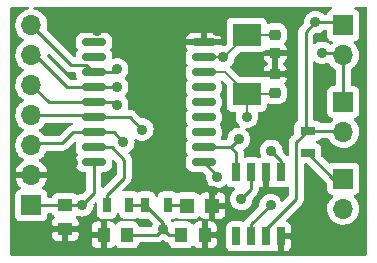
<source format=gbr>
%TF.GenerationSoftware,KiCad,Pcbnew,(6.0.7)*%
%TF.CreationDate,2023-01-30T20:46:25-05:00*%
%TF.ProjectId,SPItoCAN,53504974-6f43-4414-9e2e-6b696361645f,rev?*%
%TF.SameCoordinates,Original*%
%TF.FileFunction,Copper,L1,Top*%
%TF.FilePolarity,Positive*%
%FSLAX46Y46*%
G04 Gerber Fmt 4.6, Leading zero omitted, Abs format (unit mm)*
G04 Created by KiCad (PCBNEW (6.0.7)) date 2023-01-30 20:46:25*
%MOMM*%
%LPD*%
G01*
G04 APERTURE LIST*
G04 Aperture macros list*
%AMRoundRect*
0 Rectangle with rounded corners*
0 $1 Rounding radius*
0 $2 $3 $4 $5 $6 $7 $8 $9 X,Y pos of 4 corners*
0 Add a 4 corners polygon primitive as box body*
4,1,4,$2,$3,$4,$5,$6,$7,$8,$9,$2,$3,0*
0 Add four circle primitives for the rounded corners*
1,1,$1+$1,$2,$3*
1,1,$1+$1,$4,$5*
1,1,$1+$1,$6,$7*
1,1,$1+$1,$8,$9*
0 Add four rect primitives between the rounded corners*
20,1,$1+$1,$2,$3,$4,$5,0*
20,1,$1+$1,$4,$5,$6,$7,0*
20,1,$1+$1,$6,$7,$8,$9,0*
20,1,$1+$1,$8,$9,$2,$3,0*%
G04 Aperture macros list end*
%TA.AperFunction,SMDPad,CuDef*%
%ADD10R,1.000000X1.250000*%
%TD*%
%TA.AperFunction,ComponentPad*%
%ADD11R,1.700000X1.700000*%
%TD*%
%TA.AperFunction,ComponentPad*%
%ADD12O,1.700000X1.700000*%
%TD*%
%TA.AperFunction,SMDPad,CuDef*%
%ADD13R,0.700000X1.300000*%
%TD*%
%TA.AperFunction,SMDPad,CuDef*%
%ADD14R,1.200000X1.200000*%
%TD*%
%TA.AperFunction,SMDPad,CuDef*%
%ADD15R,1.250000X1.000000*%
%TD*%
%TA.AperFunction,SMDPad,CuDef*%
%ADD16R,0.650000X1.528000*%
%TD*%
%TA.AperFunction,SMDPad,CuDef*%
%ADD17RoundRect,0.218750X0.256250X-0.218750X0.256250X0.218750X-0.256250X0.218750X-0.256250X-0.218750X0*%
%TD*%
%TA.AperFunction,SMDPad,CuDef*%
%ADD18RoundRect,0.150000X0.875000X0.150000X-0.875000X0.150000X-0.875000X-0.150000X0.875000X-0.150000X0*%
%TD*%
%TA.AperFunction,SMDPad,CuDef*%
%ADD19RoundRect,0.218750X-0.256250X0.218750X-0.256250X-0.218750X0.256250X-0.218750X0.256250X0.218750X0*%
%TD*%
%TA.AperFunction,SMDPad,CuDef*%
%ADD20R,2.400000X1.900000*%
%TD*%
%TA.AperFunction,SMDPad,CuDef*%
%ADD21R,1.300000X0.700000*%
%TD*%
%TA.AperFunction,ViaPad*%
%ADD22C,0.900000*%
%TD*%
%TA.AperFunction,Conductor*%
%ADD23C,0.250000*%
%TD*%
%TA.AperFunction,Conductor*%
%ADD24C,0.200000*%
%TD*%
G04 APERTURE END LIST*
D10*
%TO.P,C4,1*%
%TO.N,VCC*%
X23114000Y-32791400D03*
%TO.P,C4,2*%
%TO.N,GND*%
X21114000Y-32791400D03*
%TD*%
D11*
%TO.P,J1,1,Pin_1*%
%TO.N,Net-(J1-Pad1)*%
X41404000Y-28039400D03*
D12*
%TO.P,J1,2,Pin_2*%
%TO.N,/CANL*%
X41404000Y-30579400D03*
%TD*%
D13*
%TO.P,R1,1*%
%TO.N,Net-(R1-Pad1)*%
X21394000Y-30269400D03*
%TO.P,R1,2*%
%TO.N,VCC*%
X23294000Y-30269400D03*
%TD*%
D11*
%TO.P,J4,1,1*%
%TO.N,VCC*%
X15004000Y-30279400D03*
D12*
%TO.P,J4,2,2*%
%TO.N,GND*%
X15004000Y-27739400D03*
%TO.P,J4,3,3*%
%TO.N,/CS*%
X15004000Y-25199400D03*
%TO.P,J4,4,4*%
%TO.N,/SO*%
X15004000Y-22659400D03*
%TO.P,J4,5,5*%
%TO.N,/SI*%
X15004000Y-20119400D03*
%TO.P,J4,6,6*%
%TO.N,/SCK*%
X15004000Y-17579400D03*
%TO.P,J4,7,7*%
%TO.N,/INT*%
X15004000Y-15039400D03*
%TD*%
%TO.P,J2,2,Pin_2*%
%TO.N,/CANL*%
X41404000Y-17579400D03*
D11*
%TO.P,J2,1,Pin_1*%
%TO.N,/CANH*%
X41404000Y-15039400D03*
%TD*%
D14*
%TO.P,D1,1,CATHODE*%
%TO.N,GND*%
X30314000Y-30309400D03*
%TO.P,D1,2,ANODE*%
%TO.N,Net-(D1-Pad2)*%
X28214000Y-30309400D03*
%TD*%
D15*
%TO.P,C3,1*%
%TO.N,VCC*%
X17864000Y-30279400D03*
%TO.P,C3,2*%
%TO.N,GND*%
X17864000Y-32279400D03*
%TD*%
D13*
%TO.P,R3,1*%
%TO.N,VCC*%
X24664000Y-30279400D03*
%TO.P,R3,2*%
%TO.N,Net-(D1-Pad2)*%
X26564000Y-30279400D03*
%TD*%
D16*
%TO.P,U1,1,TXD*%
%TO.N,/TXCAN*%
X36159000Y-27493400D03*
%TO.P,U1,2,GND*%
%TO.N,GND*%
X34889000Y-27493400D03*
%TO.P,U1,3,VCC*%
%TO.N,VCC*%
X33619000Y-27493400D03*
%TO.P,U1,4,RXD*%
%TO.N,/RXCAN*%
X32349000Y-27493400D03*
%TO.P,U1,5,VREF*%
%TO.N,unconnected-(U1-Pad5)*%
X32349000Y-32915400D03*
%TO.P,U1,6,CANL*%
%TO.N,/CANL*%
X33619000Y-32915400D03*
%TO.P,U1,7,CANH*%
%TO.N,/CANH*%
X34889000Y-32915400D03*
%TO.P,U1,8,S*%
%TO.N,GND*%
X36159000Y-32915400D03*
%TD*%
D17*
%TO.P,C2,1*%
%TO.N,GND*%
X35654000Y-17404400D03*
%TO.P,C2,2*%
%TO.N,/OSC+*%
X35654000Y-15829400D03*
%TD*%
D18*
%TO.P,U2,1,TXCAN*%
%TO.N,/TXCAN*%
X29604000Y-26659400D03*
%TO.P,U2,2,RXCAN*%
%TO.N,/RXCAN*%
X29604000Y-25389400D03*
%TO.P,U2,3,CLKOUT/SOF*%
%TO.N,unconnected-(U2-Pad3)*%
X29604000Y-24119400D03*
%TO.P,U2,4,~{TX0RTS}*%
%TO.N,unconnected-(U2-Pad4)*%
X29604000Y-22849400D03*
%TO.P,U2,5,~{TX1RTS}*%
%TO.N,unconnected-(U2-Pad5)*%
X29604000Y-21579400D03*
%TO.P,U2,6,~{TX2RTS}*%
%TO.N,unconnected-(U2-Pad6)*%
X29604000Y-20309400D03*
%TO.P,U2,7,OSC2*%
%TO.N,/OSC-*%
X29604000Y-19039400D03*
%TO.P,U2,8,OSC1*%
%TO.N,/OSC+*%
X29604000Y-17769400D03*
%TO.P,U2,9,VSS*%
%TO.N,GND*%
X29604000Y-16499400D03*
%TO.P,U2,10,~{RX1BF}*%
%TO.N,unconnected-(U2-Pad10)*%
X20304000Y-16499400D03*
%TO.P,U2,11,~{RX0BF}*%
%TO.N,unconnected-(U2-Pad11)*%
X20304000Y-17769400D03*
%TO.P,U2,12,~{INT}*%
%TO.N,/INT*%
X20304000Y-19039400D03*
%TO.P,U2,13,SCK*%
%TO.N,/SCK*%
X20304000Y-20309400D03*
%TO.P,U2,14,SI*%
%TO.N,/SI*%
X20304000Y-21579400D03*
%TO.P,U2,15,SO*%
%TO.N,/SO*%
X20304000Y-22849400D03*
%TO.P,U2,16,~{CS}*%
%TO.N,/CS*%
X20304000Y-24119400D03*
%TO.P,U2,17,~{RESET}*%
%TO.N,Net-(R1-Pad1)*%
X20304000Y-25389400D03*
%TO.P,U2,18,VDD*%
%TO.N,VCC*%
X20304000Y-26659400D03*
%TD*%
D19*
%TO.P,C1,1*%
%TO.N,GND*%
X35654000Y-19204400D03*
%TO.P,C1,2*%
%TO.N,/OSC-*%
X35654000Y-20779400D03*
%TD*%
D11*
%TO.P,J3,1,Pin_1*%
%TO.N,/CANL*%
X41404000Y-21539400D03*
D12*
%TO.P,J3,2,Pin_2*%
%TO.N,/CANH*%
X41404000Y-24079400D03*
%TD*%
D20*
%TO.P,Y1,1,1*%
%TO.N,/OSC+*%
X33254000Y-15854400D03*
%TO.P,Y1,2,2*%
%TO.N,/OSC-*%
X33254000Y-20904400D03*
%TD*%
D21*
%TO.P,R2,1*%
%TO.N,Net-(J1-Pad1)*%
X38404000Y-25879400D03*
%TO.P,R2,2*%
%TO.N,/CANH*%
X38404000Y-23979400D03*
%TD*%
D10*
%TO.P,C5,1*%
%TO.N,VCC*%
X27686000Y-32791400D03*
%TO.P,C5,2*%
%TO.N,GND*%
X29686000Y-32791400D03*
%TD*%
D22*
%TO.N,GND*%
X26924000Y-19329400D03*
X18554000Y-26679400D03*
X30988000Y-32766000D03*
X20574000Y-15519400D03*
X26924000Y-27432000D03*
X41054000Y-33179400D03*
X36854000Y-19179400D03*
X14224000Y-33299400D03*
X25654000Y-15519400D03*
X30354000Y-29079400D03*
X37084000Y-21869400D03*
X19254000Y-32279400D03*
X26924000Y-21869400D03*
X18034000Y-28219400D03*
X34036000Y-17780000D03*
X18034000Y-15519400D03*
X16510000Y-32258000D03*
X27686000Y-16510000D03*
X35306000Y-24155400D03*
X37338000Y-33020000D03*
X30734000Y-15519400D03*
X23114000Y-15519400D03*
%TO.N,VCC*%
X26162000Y-32283400D03*
X19304000Y-30279400D03*
X32773000Y-29750400D03*
%TO.N,/CS*%
X22777272Y-24933273D03*
%TO.N,/SI*%
X22254000Y-21779400D03*
%TO.N,/SO*%
X24384000Y-23876000D03*
%TO.N,/SCK*%
X22254000Y-20279400D03*
%TO.N,/INT*%
X22254000Y-18779400D03*
%TO.N,/TXCAN*%
X30754000Y-27879400D03*
X35306000Y-25679400D03*
%TO.N,/RXCAN*%
X32554000Y-24679400D03*
%TO.N,/CANL*%
X35254000Y-30279400D03*
X39624000Y-17379400D03*
%TO.N,/CANH*%
X39054000Y-14779400D03*
%TO.N,/OSC-*%
X33254000Y-22779400D03*
%TO.N,/OSC+*%
X31244000Y-17769400D03*
%TD*%
D23*
%TO.N,Net-(J1-Pad1)*%
X40564000Y-28039400D02*
X41404000Y-28039400D01*
X38404000Y-25879400D02*
X40564000Y-28039400D01*
%TO.N,/CANH*%
X41304000Y-23979400D02*
X41404000Y-24079400D01*
X38404000Y-23979400D02*
X41304000Y-23979400D01*
%TO.N,/CANL*%
X41404000Y-21539400D02*
X41404000Y-17579400D01*
X41204000Y-17379400D02*
X41404000Y-17579400D01*
X39624000Y-17379400D02*
X41204000Y-17379400D01*
%TO.N,/CANH*%
X41144000Y-14779400D02*
X41404000Y-15039400D01*
X39054000Y-14779400D02*
X41144000Y-14779400D01*
%TO.N,/SO*%
X20114000Y-22659400D02*
X15004000Y-22659400D01*
X20304000Y-22849400D02*
X20114000Y-22659400D01*
%TO.N,VCC*%
X26162000Y-32283400D02*
X26162000Y-31777400D01*
X26670000Y-32791400D02*
X27686000Y-32791400D01*
X23114000Y-32791400D02*
X25654000Y-32791400D01*
X24654000Y-30269400D02*
X24664000Y-30279400D01*
X26162000Y-32283400D02*
X26670000Y-32791400D01*
X20304000Y-29229400D02*
X20304000Y-26659400D01*
X15004000Y-30279400D02*
X17864000Y-30279400D01*
X17864000Y-30279400D02*
X19304000Y-30279400D01*
X23294000Y-30269400D02*
X24654000Y-30269400D01*
X33619000Y-28904400D02*
X33619000Y-27729400D01*
X19304000Y-30279400D02*
X19304000Y-30229400D01*
X32773000Y-29750400D02*
X33619000Y-28904400D01*
X26162000Y-31777400D02*
X24664000Y-30279400D01*
X25654000Y-32791400D02*
X26162000Y-32283400D01*
X19304000Y-30229400D02*
X20304000Y-29229400D01*
%TO.N,Net-(D1-Pad2)*%
X26564000Y-30279400D02*
X28134000Y-30279400D01*
X28134000Y-30279400D02*
X28164000Y-30309400D01*
%TO.N,/CS*%
X20304000Y-24119400D02*
X18539000Y-24119400D01*
X22777272Y-24933273D02*
X21963399Y-24119400D01*
X18539000Y-24119400D02*
X17629000Y-25029400D01*
X17629000Y-25029400D02*
X15174000Y-25029400D01*
X21963399Y-24119400D02*
X20304000Y-24119400D01*
%TO.N,/SI*%
X20304000Y-21579400D02*
X16464000Y-21579400D01*
X16464000Y-21579400D02*
X15004000Y-20119400D01*
X22054000Y-21579400D02*
X22254000Y-21779400D01*
X20304000Y-21579400D02*
X22054000Y-21579400D01*
%TO.N,/SO*%
X23357400Y-22849400D02*
X20304000Y-22849400D01*
X24384000Y-23876000D02*
X23357400Y-22849400D01*
X15374000Y-23029400D02*
X15004000Y-22659400D01*
%TO.N,/SCK*%
X20334000Y-20279400D02*
X20304000Y-20309400D01*
X22254000Y-20279400D02*
X20334000Y-20279400D01*
X15304000Y-17579400D02*
X18034000Y-20309400D01*
X15004000Y-17579400D02*
X15304000Y-17579400D01*
X18034000Y-20309400D02*
X20304000Y-20309400D01*
%TO.N,/INT*%
X20314000Y-19029400D02*
X20304000Y-19039400D01*
X19659000Y-18394400D02*
X18359000Y-18394400D01*
X20304000Y-19039400D02*
X19659000Y-18394400D01*
X18359000Y-18394400D02*
X15004000Y-15039400D01*
X22004000Y-19029400D02*
X20314000Y-19029400D01*
X22254000Y-18779400D02*
X22004000Y-19029400D01*
%TO.N,Net-(R1-Pad1)*%
X21833400Y-25389400D02*
X20304000Y-25389400D01*
X21394000Y-29406000D02*
X22860000Y-27940000D01*
X22860000Y-26416000D02*
X21833400Y-25389400D01*
X21394000Y-30269400D02*
X21394000Y-29406000D01*
X22860000Y-27940000D02*
X22860000Y-26416000D01*
%TO.N,/TXCAN*%
X36159000Y-26532400D02*
X35306000Y-25679400D01*
X30754000Y-27879400D02*
X30754000Y-27809400D01*
X30754000Y-27809400D02*
X29604000Y-26659400D01*
X36159000Y-27493400D02*
X36159000Y-26532400D01*
%TO.N,/RXCAN*%
X32554000Y-24699400D02*
X31864000Y-25389400D01*
X32349000Y-25874400D02*
X32349000Y-27729400D01*
X31864000Y-25389400D02*
X32349000Y-25874400D01*
X32554000Y-24679400D02*
X32554000Y-24699400D01*
X29604000Y-25389400D02*
X31864000Y-25389400D01*
%TO.N,/CANL*%
X35254000Y-30279400D02*
X33619000Y-31914400D01*
X33619000Y-31914400D02*
X33619000Y-32679400D01*
%TO.N,/CANH*%
X34889000Y-32679400D02*
X34889000Y-32302649D01*
X37429000Y-29762649D02*
X37429000Y-24954400D01*
X37429000Y-24954400D02*
X38404000Y-23979400D01*
X38229000Y-23804400D02*
X38404000Y-23979400D01*
X34889000Y-32302649D02*
X37429000Y-29762649D01*
X38229000Y-15604400D02*
X38229000Y-23804400D01*
X39054000Y-14779400D02*
X38229000Y-15604400D01*
X41189000Y-23979400D02*
X41254000Y-24044400D01*
X34889000Y-32679400D02*
X34889000Y-33056151D01*
D24*
%TO.N,/OSC-*%
X31389000Y-19039400D02*
X33254000Y-20904400D01*
X29604000Y-19039400D02*
X31389000Y-19039400D01*
D23*
X35579000Y-20854400D02*
X35654000Y-20779400D01*
D24*
X35529000Y-20904400D02*
X35654000Y-20779400D01*
X33254000Y-20904400D02*
X35529000Y-20904400D01*
X33254000Y-22779400D02*
X33254000Y-20904400D01*
%TO.N,/OSC+*%
X33254000Y-15854400D02*
X31339000Y-17769400D01*
X31339000Y-17769400D02*
X31244000Y-17769400D01*
X31244000Y-17769400D02*
X29604000Y-17769400D01*
X33254000Y-15854400D02*
X35629000Y-15854400D01*
%TD*%
%TA.AperFunction,Conductor*%
%TO.N,GND*%
G36*
X14783548Y-13527407D02*
G01*
X14819512Y-13576907D01*
X14819512Y-13638093D01*
X14783548Y-13687593D01*
X14740332Y-13705361D01*
X14688091Y-13713355D01*
X14610288Y-13738785D01*
X14479613Y-13781496D01*
X14479609Y-13781498D01*
X14475756Y-13782757D01*
X14472156Y-13784631D01*
X14281212Y-13884030D01*
X14281209Y-13884032D01*
X14277607Y-13885907D01*
X14274364Y-13888342D01*
X14274359Y-13888345D01*
X14156924Y-13976518D01*
X14098965Y-14020035D01*
X13944629Y-14181538D01*
X13942337Y-14184898D01*
X13905085Y-14239508D01*
X13818743Y-14366080D01*
X13817035Y-14369760D01*
X13817032Y-14369765D01*
X13779180Y-14451311D01*
X13724688Y-14568705D01*
X13723602Y-14572621D01*
X13700009Y-14657695D01*
X13664989Y-14783970D01*
X13664556Y-14788018D01*
X13664556Y-14788020D01*
X13663908Y-14794084D01*
X13641251Y-15006095D01*
X13654110Y-15229115D01*
X13664324Y-15274436D01*
X13699100Y-15428748D01*
X13703222Y-15447039D01*
X13704751Y-15450803D01*
X13704752Y-15450808D01*
X13785735Y-15650246D01*
X13787266Y-15654016D01*
X13789390Y-15657482D01*
X13789392Y-15657486D01*
X13901861Y-15841019D01*
X13903987Y-15844488D01*
X13906648Y-15847560D01*
X13906651Y-15847564D01*
X14047584Y-16010261D01*
X14047588Y-16010265D01*
X14050250Y-16013338D01*
X14053377Y-16015934D01*
X14053378Y-16015935D01*
X14219003Y-16153440D01*
X14219009Y-16153444D01*
X14222126Y-16156032D01*
X14270218Y-16184135D01*
X14337674Y-16223553D01*
X14378377Y-16269236D01*
X14384453Y-16330119D01*
X14353584Y-16382946D01*
X14333441Y-16396842D01*
X14331408Y-16397900D01*
X14281212Y-16424030D01*
X14281209Y-16424032D01*
X14277607Y-16425907D01*
X14274364Y-16428342D01*
X14274359Y-16428345D01*
X14192127Y-16490087D01*
X14098965Y-16560035D01*
X14096160Y-16562970D01*
X14096158Y-16562972D01*
X14039778Y-16621971D01*
X13944629Y-16721538D01*
X13942337Y-16724898D01*
X13855270Y-16852534D01*
X13818743Y-16906080D01*
X13817035Y-16909760D01*
X13817032Y-16909765D01*
X13792099Y-16963480D01*
X13724688Y-17108705D01*
X13723602Y-17112621D01*
X13705098Y-17179345D01*
X13664989Y-17323970D01*
X13664556Y-17328018D01*
X13664556Y-17328020D01*
X13661485Y-17356761D01*
X13641251Y-17546095D01*
X13654110Y-17769115D01*
X13669169Y-17835934D01*
X13702263Y-17982782D01*
X13703222Y-17987039D01*
X13704751Y-17990803D01*
X13704752Y-17990808D01*
X13777628Y-18170280D01*
X13787266Y-18194016D01*
X13789390Y-18197482D01*
X13789392Y-18197486D01*
X13877923Y-18341956D01*
X13903987Y-18384488D01*
X13906648Y-18387560D01*
X13906651Y-18387564D01*
X14047584Y-18550261D01*
X14047588Y-18550265D01*
X14050250Y-18553338D01*
X14053377Y-18555934D01*
X14053378Y-18555935D01*
X14219003Y-18693440D01*
X14219009Y-18693444D01*
X14222126Y-18696032D01*
X14270218Y-18724135D01*
X14337674Y-18763553D01*
X14378377Y-18809236D01*
X14384453Y-18870119D01*
X14353584Y-18922946D01*
X14333441Y-18936842D01*
X14319663Y-18944014D01*
X14281212Y-18964030D01*
X14281209Y-18964032D01*
X14277607Y-18965907D01*
X14274364Y-18968342D01*
X14274359Y-18968345D01*
X14189534Y-19032034D01*
X14098965Y-19100035D01*
X13944629Y-19261538D01*
X13942337Y-19264898D01*
X13838646Y-19416904D01*
X13818743Y-19446080D01*
X13817035Y-19449760D01*
X13817032Y-19449765D01*
X13791957Y-19503785D01*
X13724688Y-19648705D01*
X13723602Y-19652621D01*
X13670476Y-19844186D01*
X13664989Y-19863970D01*
X13664556Y-19868018D01*
X13664556Y-19868020D01*
X13661485Y-19896761D01*
X13641251Y-20086095D01*
X13654110Y-20309115D01*
X13657947Y-20326139D01*
X13700486Y-20514898D01*
X13703222Y-20527039D01*
X13704751Y-20530803D01*
X13704752Y-20530808D01*
X13780120Y-20716418D01*
X13787266Y-20734016D01*
X13789390Y-20737482D01*
X13789392Y-20737486D01*
X13876071Y-20878933D01*
X13903987Y-20924488D01*
X13906648Y-20927560D01*
X13906651Y-20927564D01*
X14047584Y-21090261D01*
X14047588Y-21090265D01*
X14050250Y-21093338D01*
X14053377Y-21095934D01*
X14053378Y-21095935D01*
X14219003Y-21233440D01*
X14219009Y-21233444D01*
X14222126Y-21236032D01*
X14247197Y-21250682D01*
X14337674Y-21303553D01*
X14378377Y-21349236D01*
X14384453Y-21410119D01*
X14353584Y-21462946D01*
X14333441Y-21476842D01*
X14307639Y-21490273D01*
X14281212Y-21504030D01*
X14281209Y-21504032D01*
X14277607Y-21505907D01*
X14274364Y-21508342D01*
X14274359Y-21508345D01*
X14156101Y-21597136D01*
X14098965Y-21640035D01*
X14096160Y-21642970D01*
X14096158Y-21642972D01*
X14077013Y-21663006D01*
X13944629Y-21801538D01*
X13942337Y-21804898D01*
X13833317Y-21964716D01*
X13818743Y-21986080D01*
X13724688Y-22188705D01*
X13723602Y-22192621D01*
X13666096Y-22399980D01*
X13664989Y-22403970D01*
X13664556Y-22408018D01*
X13664556Y-22408020D01*
X13661402Y-22437534D01*
X13641251Y-22626095D01*
X13654110Y-22849115D01*
X13665104Y-22897900D01*
X13701644Y-23060035D01*
X13703222Y-23067039D01*
X13704751Y-23070803D01*
X13704752Y-23070808D01*
X13784971Y-23268364D01*
X13787266Y-23274016D01*
X13789390Y-23277482D01*
X13789392Y-23277486D01*
X13888647Y-23439455D01*
X13903987Y-23464488D01*
X13906648Y-23467560D01*
X13906651Y-23467564D01*
X14047584Y-23630261D01*
X14047588Y-23630265D01*
X14050250Y-23633338D01*
X14053377Y-23635934D01*
X14053378Y-23635935D01*
X14219003Y-23773440D01*
X14219009Y-23773444D01*
X14222126Y-23776032D01*
X14248629Y-23791519D01*
X14337674Y-23843553D01*
X14378377Y-23889236D01*
X14384453Y-23950119D01*
X14353584Y-24002946D01*
X14333441Y-24016842D01*
X14318109Y-24024823D01*
X14281212Y-24044030D01*
X14281209Y-24044032D01*
X14277607Y-24045907D01*
X14274364Y-24048342D01*
X14274359Y-24048345D01*
X14173101Y-24124372D01*
X14098965Y-24180035D01*
X13944629Y-24341538D01*
X13942337Y-24344898D01*
X13826599Y-24514564D01*
X13818743Y-24526080D01*
X13817035Y-24529760D01*
X13817032Y-24529765D01*
X13785039Y-24598690D01*
X13724688Y-24728705D01*
X13723602Y-24732621D01*
X13667186Y-24936049D01*
X13664989Y-24943970D01*
X13664556Y-24948018D01*
X13664556Y-24948020D01*
X13659252Y-24997652D01*
X13641251Y-25166095D01*
X13654110Y-25389115D01*
X13668491Y-25452929D01*
X13699146Y-25588952D01*
X13703222Y-25607039D01*
X13704751Y-25610803D01*
X13704752Y-25610808D01*
X13733732Y-25682177D01*
X13787266Y-25814016D01*
X13789390Y-25817482D01*
X13789392Y-25817486D01*
X13885870Y-25974924D01*
X13903987Y-26004488D01*
X13906648Y-26007560D01*
X13906651Y-26007564D01*
X14047584Y-26170261D01*
X14047588Y-26170265D01*
X14050250Y-26173338D01*
X14053377Y-26175934D01*
X14053378Y-26175935D01*
X14219003Y-26313440D01*
X14219009Y-26313444D01*
X14222126Y-26316032D01*
X14338185Y-26383851D01*
X14378886Y-26429533D01*
X14384964Y-26490415D01*
X14354094Y-26543243D01*
X14333949Y-26557140D01*
X14281479Y-26584454D01*
X14274627Y-26588769D01*
X14102544Y-26717973D01*
X14096491Y-26723347D01*
X13947830Y-26878913D01*
X13942727Y-26885214D01*
X13821466Y-27062975D01*
X13817468Y-27070013D01*
X13726871Y-27265190D01*
X13724073Y-27272794D01*
X13668056Y-27474784D01*
X13669756Y-27482862D01*
X13671566Y-27484498D01*
X13675792Y-27485400D01*
X16324779Y-27485400D01*
X16336730Y-27481517D01*
X16337058Y-27471862D01*
X16294946Y-27304209D01*
X16292333Y-27296533D01*
X16206534Y-27099207D01*
X16202701Y-27092060D01*
X16085826Y-26911397D01*
X16080880Y-26904975D01*
X15936065Y-26745826D01*
X15930139Y-26740299D01*
X15761269Y-26606934D01*
X15754525Y-26602454D01*
X15673503Y-26557727D01*
X15631697Y-26513051D01*
X15624134Y-26452335D01*
X15653704Y-26398770D01*
X15677795Y-26382151D01*
X15698340Y-26372086D01*
X15698339Y-26372086D01*
X15701994Y-26370296D01*
X15883860Y-26240573D01*
X15952377Y-26172295D01*
X16039215Y-26085760D01*
X16042096Y-26082889D01*
X16172453Y-25901477D01*
X16247980Y-25748659D01*
X16263115Y-25718036D01*
X16305848Y-25674246D01*
X16351867Y-25662900D01*
X17549238Y-25662900D01*
X17558552Y-25663339D01*
X17562831Y-25663743D01*
X17568909Y-25665102D01*
X17637399Y-25662949D01*
X17640510Y-25662900D01*
X17668856Y-25662900D01*
X17671942Y-25662510D01*
X17671945Y-25662510D01*
X17674131Y-25662234D01*
X17683426Y-25661502D01*
X17699447Y-25660999D01*
X17722663Y-25660269D01*
X17722665Y-25660269D01*
X17728889Y-25660073D01*
X17750387Y-25653827D01*
X17765579Y-25650681D01*
X17787797Y-25647874D01*
X17830097Y-25631126D01*
X17838917Y-25628107D01*
X17882593Y-25615418D01*
X17887950Y-25612250D01*
X17887954Y-25612248D01*
X17901857Y-25604025D01*
X17915801Y-25597193D01*
X17936617Y-25588952D01*
X17973430Y-25562206D01*
X17981194Y-25557106D01*
X18020362Y-25533942D01*
X18036189Y-25518115D01*
X18048002Y-25508026D01*
X18061071Y-25498531D01*
X18061072Y-25498531D01*
X18066107Y-25494872D01*
X18070073Y-25490077D01*
X18070076Y-25490075D01*
X18095098Y-25459828D01*
X18101375Y-25452929D01*
X18646041Y-24908263D01*
X18700558Y-24880486D01*
X18760990Y-24890057D01*
X18804255Y-24933322D01*
X18813826Y-24993754D01*
X18811115Y-25005883D01*
X18773438Y-25135569D01*
X18770500Y-25172898D01*
X18770500Y-25605902D01*
X18773438Y-25643231D01*
X18809460Y-25767222D01*
X18811801Y-25775277D01*
X18819855Y-25803001D01*
X18904547Y-25946207D01*
X18912736Y-25954396D01*
X18940513Y-26008913D01*
X18930942Y-26069345D01*
X18912736Y-26094404D01*
X18904547Y-26102593D01*
X18901375Y-26107957D01*
X18901374Y-26107958D01*
X18892674Y-26122669D01*
X18819855Y-26245799D01*
X18773438Y-26405569D01*
X18770500Y-26442898D01*
X18770500Y-26875902D01*
X18773438Y-26913231D01*
X18819855Y-27073001D01*
X18904547Y-27216207D01*
X19022193Y-27333853D01*
X19027557Y-27337025D01*
X19027558Y-27337026D01*
X19067641Y-27360731D01*
X19165399Y-27418545D01*
X19325169Y-27464962D01*
X19330211Y-27465359D01*
X19330212Y-27465359D01*
X19336892Y-27465885D01*
X19362498Y-27467900D01*
X19571500Y-27467900D01*
X19629691Y-27486807D01*
X19665655Y-27536307D01*
X19670500Y-27566900D01*
X19670500Y-28925989D01*
X19651593Y-28984180D01*
X19641503Y-28995993D01*
X19347601Y-29289894D01*
X19293085Y-29317671D01*
X19286571Y-29318483D01*
X19128346Y-29332883D01*
X19128343Y-29332884D01*
X19123526Y-29333322D01*
X19118884Y-29334688D01*
X19118880Y-29334689D01*
X18947849Y-29385026D01*
X18947846Y-29385027D01*
X18943202Y-29386394D01*
X18921551Y-29397713D01*
X18861222Y-29407915D01*
X18816315Y-29389198D01*
X18741347Y-29333013D01*
X18741345Y-29333012D01*
X18735705Y-29328785D01*
X18712181Y-29319966D01*
X18605131Y-29279835D01*
X18599316Y-29277655D01*
X18593144Y-29276985D01*
X18593142Y-29276984D01*
X18557163Y-29273076D01*
X18537134Y-29270900D01*
X17190866Y-29270900D01*
X17170837Y-29273076D01*
X17134858Y-29276984D01*
X17134856Y-29276985D01*
X17128684Y-29277655D01*
X17122869Y-29279835D01*
X17015820Y-29319966D01*
X16992295Y-29328785D01*
X16875739Y-29416139D01*
X16788385Y-29532695D01*
X16785910Y-29539297D01*
X16770032Y-29581651D01*
X16731902Y-29629502D01*
X16677332Y-29645900D01*
X16461500Y-29645900D01*
X16403309Y-29626993D01*
X16367345Y-29577493D01*
X16362500Y-29546900D01*
X16362500Y-29381266D01*
X16358684Y-29346139D01*
X16356416Y-29325258D01*
X16356415Y-29325256D01*
X16355745Y-29319084D01*
X16331076Y-29253279D01*
X16307089Y-29189294D01*
X16307089Y-29189293D01*
X16304615Y-29182695D01*
X16217261Y-29066139D01*
X16100705Y-28978785D01*
X16068189Y-28966595D01*
X15970131Y-28929835D01*
X15964316Y-28927655D01*
X15958142Y-28926984D01*
X15952106Y-28925549D01*
X15952800Y-28922629D01*
X15908058Y-28902479D01*
X15877692Y-28849361D01*
X15884346Y-28788539D01*
X15904734Y-28759065D01*
X16038831Y-28625435D01*
X16044088Y-28619258D01*
X16169651Y-28444519D01*
X16173823Y-28437576D01*
X16269164Y-28244668D01*
X16272144Y-28237144D01*
X16334701Y-28031243D01*
X16336410Y-28023338D01*
X16338304Y-28008947D01*
X16335873Y-27995831D01*
X16334571Y-27994595D01*
X16329290Y-27993400D01*
X13684790Y-27993400D01*
X13672460Y-27997406D01*
X13672043Y-28006414D01*
X13702807Y-28142924D01*
X13705231Y-28150658D01*
X13786183Y-28350020D01*
X13789840Y-28357260D01*
X13902266Y-28540722D01*
X13907056Y-28547267D01*
X14047935Y-28709902D01*
X14053736Y-28715583D01*
X14098575Y-28752809D01*
X14131270Y-28804526D01*
X14127321Y-28865584D01*
X14088238Y-28912660D01*
X14055544Y-28924079D01*
X14055894Y-28925549D01*
X14049858Y-28926984D01*
X14043684Y-28927655D01*
X14037869Y-28929835D01*
X13939812Y-28966595D01*
X13907295Y-28978785D01*
X13790739Y-29066139D01*
X13703385Y-29182695D01*
X13700911Y-29189293D01*
X13700911Y-29189294D01*
X13676924Y-29253279D01*
X13652255Y-29319084D01*
X13651585Y-29325256D01*
X13651584Y-29325258D01*
X13649316Y-29346139D01*
X13645500Y-29381266D01*
X13645500Y-31177534D01*
X13647667Y-31197486D01*
X13650971Y-31227894D01*
X13652255Y-31239716D01*
X13654435Y-31245531D01*
X13698281Y-31362489D01*
X13703385Y-31376105D01*
X13790739Y-31492661D01*
X13907295Y-31580015D01*
X13913893Y-31582489D01*
X13913894Y-31582489D01*
X13978360Y-31606656D01*
X14043684Y-31631145D01*
X14049856Y-31631815D01*
X14049858Y-31631816D01*
X14082751Y-31635389D01*
X14105866Y-31637900D01*
X15902134Y-31637900D01*
X15925249Y-31635389D01*
X15958142Y-31631816D01*
X15958144Y-31631815D01*
X15964316Y-31631145D01*
X16029640Y-31606656D01*
X16094106Y-31582489D01*
X16094107Y-31582489D01*
X16100705Y-31580015D01*
X16217261Y-31492661D01*
X16304615Y-31376105D01*
X16309720Y-31362489D01*
X16353565Y-31245531D01*
X16355745Y-31239716D01*
X16357030Y-31227894D01*
X16360333Y-31197486D01*
X16362500Y-31177534D01*
X16362500Y-31011900D01*
X16381407Y-30953709D01*
X16430907Y-30917745D01*
X16461500Y-30912900D01*
X16677332Y-30912900D01*
X16735523Y-30931807D01*
X16770032Y-30977149D01*
X16788385Y-31026105D01*
X16875739Y-31142661D01*
X16881383Y-31146891D01*
X16881387Y-31146895D01*
X16952902Y-31200493D01*
X16988127Y-31250521D01*
X16987219Y-31311700D01*
X16952901Y-31358934D01*
X16881744Y-31412263D01*
X16871863Y-31422144D01*
X16793059Y-31527292D01*
X16786351Y-31539545D01*
X16739928Y-31663378D01*
X16737077Y-31675367D01*
X16731289Y-31728652D01*
X16731000Y-31733986D01*
X16731000Y-32009720D01*
X16735122Y-32022405D01*
X16739243Y-32025400D01*
X18981319Y-32025400D01*
X18994004Y-32021278D01*
X18996999Y-32017157D01*
X18996999Y-31733989D01*
X18996710Y-31728649D01*
X18990922Y-31675365D01*
X18988073Y-31663380D01*
X18941649Y-31539545D01*
X18934941Y-31527292D01*
X18856137Y-31422144D01*
X18846256Y-31412263D01*
X18775099Y-31358934D01*
X18739873Y-31308906D01*
X18740781Y-31247727D01*
X18775098Y-31200493D01*
X18814614Y-31170877D01*
X18872518Y-31151108D01*
X18913623Y-31159378D01*
X18914187Y-31159625D01*
X18918409Y-31161984D01*
X18923007Y-31163478D01*
X19092575Y-31218574D01*
X19092577Y-31218575D01*
X19097180Y-31220070D01*
X19283830Y-31242327D01*
X19288652Y-31241956D01*
X19288655Y-31241956D01*
X19466419Y-31228278D01*
X19466424Y-31228277D01*
X19471247Y-31227906D01*
X19652294Y-31177356D01*
X19656607Y-31175177D01*
X19656613Y-31175175D01*
X19815754Y-31094787D01*
X19815756Y-31094785D01*
X19820075Y-31092604D01*
X19829996Y-31084853D01*
X19964384Y-30979858D01*
X19964386Y-30979856D01*
X19968199Y-30976877D01*
X19971355Y-30973221D01*
X19971360Y-30973216D01*
X20066115Y-30863440D01*
X20091023Y-30834584D01*
X20159907Y-30713327D01*
X20181481Y-30675350D01*
X20181482Y-30675347D01*
X20183870Y-30671144D01*
X20193118Y-30643346D01*
X20241676Y-30497373D01*
X20241676Y-30497371D01*
X20243203Y-30492782D01*
X20251767Y-30424995D01*
X20266414Y-30309045D01*
X20266762Y-30306292D01*
X20267138Y-30279400D01*
X20266799Y-30275937D01*
X20261236Y-30219210D01*
X20274374Y-30159452D01*
X20289759Y-30139545D01*
X20366496Y-30062808D01*
X20421013Y-30035031D01*
X20481445Y-30044602D01*
X20524710Y-30087867D01*
X20535500Y-30132812D01*
X20535500Y-30967534D01*
X20535789Y-30970193D01*
X20541169Y-31019716D01*
X20542255Y-31029716D01*
X20593385Y-31166105D01*
X20680739Y-31282661D01*
X20797295Y-31370015D01*
X20803893Y-31372489D01*
X20803894Y-31372489D01*
X20844107Y-31387564D01*
X20933684Y-31421145D01*
X20939856Y-31421815D01*
X20939858Y-31421816D01*
X20975837Y-31425724D01*
X20995866Y-31427900D01*
X21792134Y-31427900D01*
X21812163Y-31425724D01*
X21848142Y-31421816D01*
X21848144Y-31421815D01*
X21854316Y-31421145D01*
X21943893Y-31387564D01*
X21984106Y-31372489D01*
X21984107Y-31372489D01*
X21990705Y-31370015D01*
X22107261Y-31282661D01*
X22194615Y-31166105D01*
X22245745Y-31029716D01*
X22246416Y-31023542D01*
X22247685Y-31018204D01*
X22279541Y-30965966D01*
X22336018Y-30942428D01*
X22395544Y-30956582D01*
X22435381Y-31003021D01*
X22440315Y-31018204D01*
X22441584Y-31023542D01*
X22442255Y-31029716D01*
X22493385Y-31166105D01*
X22580739Y-31282661D01*
X22697295Y-31370015D01*
X22703893Y-31372489D01*
X22703894Y-31372489D01*
X22744107Y-31387564D01*
X22833684Y-31421145D01*
X22839856Y-31421815D01*
X22839858Y-31421816D01*
X22875837Y-31425724D01*
X22895866Y-31427900D01*
X23692134Y-31427900D01*
X23712163Y-31425724D01*
X23748142Y-31421816D01*
X23748144Y-31421815D01*
X23754316Y-31421145D01*
X23890705Y-31370015D01*
X23912957Y-31353338D01*
X23970861Y-31333570D01*
X24031702Y-31353339D01*
X24067295Y-31380015D01*
X24203684Y-31431145D01*
X24209856Y-31431815D01*
X24209858Y-31431816D01*
X24245837Y-31435724D01*
X24265866Y-31437900D01*
X24885589Y-31437900D01*
X24943780Y-31456807D01*
X24955593Y-31466897D01*
X25265310Y-31776615D01*
X25293087Y-31831131D01*
X25282063Y-31894308D01*
X25276746Y-31903980D01*
X25275283Y-31908593D01*
X25275281Y-31908597D01*
X25226537Y-32062259D01*
X25219909Y-32083152D01*
X25219186Y-32082923D01*
X25190578Y-32132472D01*
X25134683Y-32157358D01*
X25124335Y-32157900D01*
X24215633Y-32157900D01*
X24157442Y-32138993D01*
X24121478Y-32089493D01*
X24117212Y-32069589D01*
X24116416Y-32062259D01*
X24116416Y-32062258D01*
X24115745Y-32056084D01*
X24072659Y-31941153D01*
X24067089Y-31926294D01*
X24067089Y-31926293D01*
X24064615Y-31919695D01*
X23977261Y-31803139D01*
X23860705Y-31715785D01*
X23841449Y-31708566D01*
X23731446Y-31667328D01*
X23724316Y-31664655D01*
X23718144Y-31663985D01*
X23718142Y-31663984D01*
X23682163Y-31660076D01*
X23662134Y-31657900D01*
X22565866Y-31657900D01*
X22545837Y-31660076D01*
X22509858Y-31663984D01*
X22509856Y-31663985D01*
X22503684Y-31664655D01*
X22496554Y-31667328D01*
X22386552Y-31708566D01*
X22367295Y-31715785D01*
X22250739Y-31803139D01*
X22246509Y-31808783D01*
X22246505Y-31808787D01*
X22192907Y-31880302D01*
X22142879Y-31915527D01*
X22081700Y-31914619D01*
X22034466Y-31880301D01*
X21981137Y-31809144D01*
X21971256Y-31799263D01*
X21866108Y-31720459D01*
X21853855Y-31713751D01*
X21730022Y-31667328D01*
X21718033Y-31664477D01*
X21664748Y-31658689D01*
X21659414Y-31658400D01*
X21383680Y-31658400D01*
X21370995Y-31662522D01*
X21368000Y-31666643D01*
X21368000Y-33908719D01*
X21372122Y-33921404D01*
X21376243Y-33924399D01*
X21659411Y-33924399D01*
X21664751Y-33924110D01*
X21718035Y-33918322D01*
X21730020Y-33915473D01*
X21853855Y-33869049D01*
X21866108Y-33862341D01*
X21971256Y-33783537D01*
X21981137Y-33773656D01*
X22034466Y-33702499D01*
X22084494Y-33667273D01*
X22145673Y-33668181D01*
X22192907Y-33702498D01*
X22246505Y-33774013D01*
X22246509Y-33774017D01*
X22250739Y-33779661D01*
X22367295Y-33867015D01*
X22503684Y-33918145D01*
X22509856Y-33918815D01*
X22509858Y-33918816D01*
X22545837Y-33922724D01*
X22565866Y-33924900D01*
X23662134Y-33924900D01*
X23682163Y-33922724D01*
X23718142Y-33918816D01*
X23718144Y-33918815D01*
X23724316Y-33918145D01*
X23860705Y-33867015D01*
X23977261Y-33779661D01*
X24064615Y-33663105D01*
X24115745Y-33526716D01*
X24116428Y-33520435D01*
X24117212Y-33513211D01*
X24142291Y-33457402D01*
X24195385Y-33426993D01*
X24215633Y-33424900D01*
X25574238Y-33424900D01*
X25583552Y-33425339D01*
X25587831Y-33425743D01*
X25593909Y-33427102D01*
X25662399Y-33424949D01*
X25665510Y-33424900D01*
X25693856Y-33424900D01*
X25696942Y-33424510D01*
X25696945Y-33424510D01*
X25699131Y-33424234D01*
X25708426Y-33423502D01*
X25724447Y-33422999D01*
X25747663Y-33422269D01*
X25747665Y-33422269D01*
X25753889Y-33422073D01*
X25775387Y-33415827D01*
X25790579Y-33412681D01*
X25812797Y-33409874D01*
X25826166Y-33404581D01*
X25855097Y-33393126D01*
X25863917Y-33390107D01*
X25907593Y-33377418D01*
X25912950Y-33374250D01*
X25912954Y-33374248D01*
X25926857Y-33366025D01*
X25940801Y-33359193D01*
X25961617Y-33350952D01*
X25998430Y-33324206D01*
X26006194Y-33319106D01*
X26045362Y-33295942D01*
X26061189Y-33280115D01*
X26073004Y-33270025D01*
X26080317Y-33264712D01*
X26139773Y-33246082D01*
X26141830Y-33246327D01*
X26177979Y-33243545D01*
X26237448Y-33257931D01*
X26249671Y-33266975D01*
X26250230Y-33267534D01*
X26252693Y-33269444D01*
X26252696Y-33269447D01*
X26254424Y-33270787D01*
X26261520Y-33276847D01*
X26265000Y-33280115D01*
X26290141Y-33303725D01*
X26290143Y-33303727D01*
X26294679Y-33307986D01*
X26300136Y-33310986D01*
X26314295Y-33318770D01*
X26327280Y-33327300D01*
X26344959Y-33341013D01*
X26350676Y-33343487D01*
X26386696Y-33359075D01*
X26395069Y-33363177D01*
X26429482Y-33382095D01*
X26429485Y-33382096D01*
X26434940Y-33385095D01*
X26440969Y-33386643D01*
X26456622Y-33390662D01*
X26471320Y-33395695D01*
X26486133Y-33402105D01*
X26491855Y-33404581D01*
X26498009Y-33405556D01*
X26498010Y-33405556D01*
X26536771Y-33411695D01*
X26545904Y-33413586D01*
X26583935Y-33423351D01*
X26583939Y-33423351D01*
X26589970Y-33424900D01*
X26596203Y-33424900D01*
X26596694Y-33424962D01*
X26652057Y-33451012D01*
X26681535Y-33504628D01*
X26682710Y-33512493D01*
X26683573Y-33520435D01*
X26684255Y-33526716D01*
X26735385Y-33663105D01*
X26822739Y-33779661D01*
X26939295Y-33867015D01*
X27075684Y-33918145D01*
X27081856Y-33918815D01*
X27081858Y-33918816D01*
X27117837Y-33922724D01*
X27137866Y-33924900D01*
X28234134Y-33924900D01*
X28254163Y-33922724D01*
X28290142Y-33918816D01*
X28290144Y-33918815D01*
X28296316Y-33918145D01*
X28432705Y-33867015D01*
X28549261Y-33779661D01*
X28553491Y-33774017D01*
X28553495Y-33774013D01*
X28607093Y-33702498D01*
X28657121Y-33667273D01*
X28718300Y-33668181D01*
X28765534Y-33702499D01*
X28818863Y-33773656D01*
X28828744Y-33783537D01*
X28933892Y-33862341D01*
X28946145Y-33869049D01*
X29069978Y-33915472D01*
X29081967Y-33918323D01*
X29135252Y-33924111D01*
X29140586Y-33924400D01*
X29416320Y-33924400D01*
X29429005Y-33920278D01*
X29432000Y-33916157D01*
X29432000Y-33908719D01*
X29940000Y-33908719D01*
X29944122Y-33921404D01*
X29948243Y-33924399D01*
X30231411Y-33924399D01*
X30236751Y-33924110D01*
X30290035Y-33918322D01*
X30302020Y-33915473D01*
X30425855Y-33869049D01*
X30438108Y-33862341D01*
X30543256Y-33783537D01*
X30553137Y-33773656D01*
X30631941Y-33668508D01*
X30638649Y-33656255D01*
X30685072Y-33532422D01*
X30687923Y-33520433D01*
X30693711Y-33467148D01*
X30694000Y-33461814D01*
X30694000Y-33061080D01*
X30689878Y-33048395D01*
X30685757Y-33045400D01*
X29955680Y-33045400D01*
X29942995Y-33049522D01*
X29940000Y-33053643D01*
X29940000Y-33908719D01*
X29432000Y-33908719D01*
X29432000Y-32521720D01*
X29940000Y-32521720D01*
X29944122Y-32534405D01*
X29948243Y-32537400D01*
X30678319Y-32537400D01*
X30691004Y-32533278D01*
X30693999Y-32529157D01*
X30693999Y-32120989D01*
X30693710Y-32115649D01*
X30687922Y-32062365D01*
X30685073Y-32050380D01*
X30638649Y-31926545D01*
X30631941Y-31914292D01*
X30553137Y-31809144D01*
X30543256Y-31799263D01*
X30438108Y-31720459D01*
X30425855Y-31713751D01*
X30302022Y-31667328D01*
X30290033Y-31664477D01*
X30236748Y-31658689D01*
X30231414Y-31658400D01*
X29955680Y-31658400D01*
X29942995Y-31662522D01*
X29940000Y-31666643D01*
X29940000Y-32521720D01*
X29432000Y-32521720D01*
X29432000Y-31674081D01*
X29427878Y-31661396D01*
X29423757Y-31658401D01*
X29140589Y-31658401D01*
X29135249Y-31658690D01*
X29081965Y-31664478D01*
X29069980Y-31667327D01*
X28946145Y-31713751D01*
X28933892Y-31720459D01*
X28828744Y-31799263D01*
X28818863Y-31809144D01*
X28765534Y-31880301D01*
X28715506Y-31915527D01*
X28654327Y-31914619D01*
X28607093Y-31880302D01*
X28553495Y-31808787D01*
X28553491Y-31808783D01*
X28549261Y-31803139D01*
X28432705Y-31715785D01*
X28413449Y-31708566D01*
X28303446Y-31667328D01*
X28296316Y-31664655D01*
X28290144Y-31663985D01*
X28290142Y-31663984D01*
X28254163Y-31660076D01*
X28234134Y-31657900D01*
X27137866Y-31657900D01*
X27117837Y-31660076D01*
X27081858Y-31663984D01*
X27081856Y-31663985D01*
X27075684Y-31664655D01*
X27069867Y-31666836D01*
X27069866Y-31666836D01*
X27003307Y-31691787D01*
X26942182Y-31694509D01*
X26891836Y-31661658D01*
X26848470Y-31608486D01*
X26845415Y-31604740D01*
X26845606Y-31604584D01*
X26819068Y-31552042D01*
X26828852Y-31491644D01*
X26872269Y-31448533D01*
X26916903Y-31437900D01*
X26962134Y-31437900D01*
X26982163Y-31435724D01*
X27018142Y-31431816D01*
X27018144Y-31431815D01*
X27024316Y-31431145D01*
X27077666Y-31411145D01*
X27154106Y-31382489D01*
X27154107Y-31382489D01*
X27160705Y-31380015D01*
X27166345Y-31375788D01*
X27166347Y-31375787D01*
X27217972Y-31337097D01*
X27275876Y-31317329D01*
X27336715Y-31337096D01*
X27367295Y-31360015D01*
X27503684Y-31411145D01*
X27509856Y-31411815D01*
X27509858Y-31411816D01*
X27545837Y-31415724D01*
X27565866Y-31417900D01*
X28862134Y-31417900D01*
X28882163Y-31415724D01*
X28918142Y-31411816D01*
X28918144Y-31411815D01*
X28924316Y-31411145D01*
X28987218Y-31387564D01*
X29054106Y-31362489D01*
X29054107Y-31362489D01*
X29060705Y-31360015D01*
X29177261Y-31272661D01*
X29185092Y-31262212D01*
X29235119Y-31226987D01*
X29296298Y-31227894D01*
X29343532Y-31262211D01*
X29346865Y-31266658D01*
X29356744Y-31276537D01*
X29461892Y-31355341D01*
X29474145Y-31362049D01*
X29597978Y-31408472D01*
X29609967Y-31411323D01*
X29663252Y-31417111D01*
X29668586Y-31417400D01*
X30044320Y-31417400D01*
X30057005Y-31413278D01*
X30060000Y-31409157D01*
X30060000Y-31401719D01*
X30568000Y-31401719D01*
X30572122Y-31414404D01*
X30576243Y-31417399D01*
X30959411Y-31417399D01*
X30964751Y-31417110D01*
X31018035Y-31411322D01*
X31030020Y-31408473D01*
X31153855Y-31362049D01*
X31166108Y-31355341D01*
X31271256Y-31276537D01*
X31281137Y-31266656D01*
X31359941Y-31161508D01*
X31366649Y-31149255D01*
X31413072Y-31025422D01*
X31415923Y-31013433D01*
X31421711Y-30960148D01*
X31422000Y-30954814D01*
X31422000Y-30579080D01*
X31417878Y-30566395D01*
X31413757Y-30563400D01*
X30583680Y-30563400D01*
X30570995Y-30567522D01*
X30568000Y-30571643D01*
X30568000Y-31401719D01*
X30060000Y-31401719D01*
X30060000Y-30039720D01*
X30568000Y-30039720D01*
X30572122Y-30052405D01*
X30576243Y-30055400D01*
X31406319Y-30055400D01*
X31419004Y-30051278D01*
X31421999Y-30047157D01*
X31421999Y-29663989D01*
X31421710Y-29658649D01*
X31415922Y-29605365D01*
X31413073Y-29593380D01*
X31366649Y-29469545D01*
X31359941Y-29457292D01*
X31281137Y-29352144D01*
X31271256Y-29342263D01*
X31166108Y-29263459D01*
X31153855Y-29256751D01*
X31030022Y-29210328D01*
X31018033Y-29207477D01*
X30964748Y-29201689D01*
X30959414Y-29201400D01*
X30583680Y-29201400D01*
X30570995Y-29205522D01*
X30568000Y-29209643D01*
X30568000Y-30039720D01*
X30060000Y-30039720D01*
X30060000Y-29217081D01*
X30055878Y-29204396D01*
X30051757Y-29201401D01*
X29668589Y-29201401D01*
X29663249Y-29201690D01*
X29609965Y-29207478D01*
X29597980Y-29210327D01*
X29474145Y-29256751D01*
X29461892Y-29263459D01*
X29356744Y-29342263D01*
X29346865Y-29352142D01*
X29343532Y-29356589D01*
X29293503Y-29391813D01*
X29232325Y-29390905D01*
X29185091Y-29356587D01*
X29177261Y-29346139D01*
X29162970Y-29335428D01*
X29121886Y-29304638D01*
X29060705Y-29258785D01*
X29044370Y-29252661D01*
X28931446Y-29210328D01*
X28924316Y-29207655D01*
X28918144Y-29206985D01*
X28918142Y-29206984D01*
X28882163Y-29203076D01*
X28862134Y-29200900D01*
X27565866Y-29200900D01*
X27545837Y-29203076D01*
X27509858Y-29206984D01*
X27509856Y-29206985D01*
X27503684Y-29207655D01*
X27496554Y-29210328D01*
X27373896Y-29256310D01*
X27373894Y-29256311D01*
X27367295Y-29258785D01*
X27364681Y-29260744D01*
X27306265Y-29271783D01*
X27259471Y-29252806D01*
X27209333Y-29215230D01*
X27160705Y-29178785D01*
X27154101Y-29176309D01*
X27030131Y-29129835D01*
X27024316Y-29127655D01*
X27018144Y-29126985D01*
X27018142Y-29126984D01*
X26982163Y-29123076D01*
X26962134Y-29120900D01*
X26165866Y-29120900D01*
X26145837Y-29123076D01*
X26109858Y-29126984D01*
X26109856Y-29126985D01*
X26103684Y-29127655D01*
X26097869Y-29129835D01*
X25973900Y-29176309D01*
X25967295Y-29178785D01*
X25850739Y-29266139D01*
X25763385Y-29382695D01*
X25760911Y-29389293D01*
X25760911Y-29389294D01*
X25736250Y-29455078D01*
X25712255Y-29519084D01*
X25711584Y-29525258D01*
X25710315Y-29530596D01*
X25678459Y-29582834D01*
X25621982Y-29606372D01*
X25562456Y-29592218D01*
X25522619Y-29545779D01*
X25517685Y-29530596D01*
X25516416Y-29525258D01*
X25515745Y-29519084D01*
X25491750Y-29455078D01*
X25467089Y-29389294D01*
X25467089Y-29389293D01*
X25464615Y-29382695D01*
X25377261Y-29266139D01*
X25260705Y-29178785D01*
X25254101Y-29176309D01*
X25130131Y-29129835D01*
X25124316Y-29127655D01*
X25118144Y-29126985D01*
X25118142Y-29126984D01*
X25082163Y-29123076D01*
X25062134Y-29120900D01*
X24265866Y-29120900D01*
X24245837Y-29123076D01*
X24209858Y-29126984D01*
X24209856Y-29126985D01*
X24203684Y-29127655D01*
X24067295Y-29178785D01*
X24061651Y-29183015D01*
X24045043Y-29195462D01*
X23987139Y-29215230D01*
X23926298Y-29195461D01*
X23890705Y-29168785D01*
X23754316Y-29117655D01*
X23748144Y-29116985D01*
X23748142Y-29116984D01*
X23712163Y-29113076D01*
X23692134Y-29110900D01*
X22895866Y-29110900D01*
X22833684Y-29117655D01*
X22833634Y-29117195D01*
X22776629Y-29112588D01*
X22730188Y-29072752D01*
X22716031Y-29013227D01*
X22739565Y-28956749D01*
X22744705Y-28951200D01*
X23251566Y-28444339D01*
X23258466Y-28438062D01*
X23261761Y-28435336D01*
X23267018Y-28432000D01*
X23271277Y-28427464D01*
X23271280Y-28427462D01*
X23313905Y-28382070D01*
X23316069Y-28379836D01*
X23336135Y-28359770D01*
X23338119Y-28357212D01*
X23339398Y-28355564D01*
X23345451Y-28348477D01*
X23372326Y-28319857D01*
X23376586Y-28315321D01*
X23387368Y-28295710D01*
X23395896Y-28282727D01*
X23405796Y-28269964D01*
X23405798Y-28269961D01*
X23409614Y-28265041D01*
X23412091Y-28259318D01*
X23427681Y-28223294D01*
X23431783Y-28214920D01*
X23450695Y-28180518D01*
X23450696Y-28180515D01*
X23453695Y-28175060D01*
X23455242Y-28169034D01*
X23455245Y-28169027D01*
X23459263Y-28153378D01*
X23464293Y-28138685D01*
X23470708Y-28123860D01*
X23470708Y-28123859D01*
X23473181Y-28118145D01*
X23480297Y-28073220D01*
X23482188Y-28064090D01*
X23491952Y-28026060D01*
X23491952Y-28026059D01*
X23493500Y-28020030D01*
X23493500Y-27997649D01*
X23494719Y-27982162D01*
X23497246Y-27966209D01*
X23497246Y-27966206D01*
X23498220Y-27960057D01*
X23493939Y-27914769D01*
X23493500Y-27905452D01*
X23493500Y-26495763D01*
X23493939Y-26486448D01*
X23494343Y-26482171D01*
X23495702Y-26476092D01*
X23493549Y-26407588D01*
X23493500Y-26404478D01*
X23493500Y-26376144D01*
X23493110Y-26373056D01*
X23492835Y-26370878D01*
X23492103Y-26361578D01*
X23490870Y-26322336D01*
X23490870Y-26322333D01*
X23490674Y-26316111D01*
X23484427Y-26294608D01*
X23481278Y-26279400D01*
X23479255Y-26263382D01*
X23479254Y-26263379D01*
X23478474Y-26257203D01*
X23471836Y-26240436D01*
X23461731Y-26214916D01*
X23458710Y-26206090D01*
X23447758Y-26168391D01*
X23447756Y-26168387D01*
X23446019Y-26162407D01*
X23434622Y-26143135D01*
X23427790Y-26129189D01*
X23419552Y-26108383D01*
X23392812Y-26071579D01*
X23387693Y-26063784D01*
X23367715Y-26030003D01*
X23367714Y-26030002D01*
X23364542Y-26024638D01*
X23348715Y-26008811D01*
X23338626Y-25996998D01*
X23329131Y-25983929D01*
X23329131Y-25983928D01*
X23325472Y-25978893D01*
X23320677Y-25974927D01*
X23320675Y-25974924D01*
X23290428Y-25949902D01*
X23283529Y-25943625D01*
X23252546Y-25912642D01*
X23224769Y-25858125D01*
X23234340Y-25797693D01*
X23277915Y-25754272D01*
X23293347Y-25746477D01*
X23351285Y-25701211D01*
X23437656Y-25633731D01*
X23437658Y-25633729D01*
X23441471Y-25630750D01*
X23444627Y-25627094D01*
X23444632Y-25627089D01*
X23525033Y-25533942D01*
X23564295Y-25488457D01*
X23657142Y-25325017D01*
X23662558Y-25308738D01*
X23714948Y-25151246D01*
X23714948Y-25151244D01*
X23716475Y-25146655D01*
X23717239Y-25140612D01*
X23739686Y-24962918D01*
X23740034Y-24960165D01*
X23740410Y-24933273D01*
X23738348Y-24912238D01*
X23725810Y-24784372D01*
X23738949Y-24724614D01*
X23784703Y-24683991D01*
X23845597Y-24678020D01*
X23872636Y-24688292D01*
X23882878Y-24694016D01*
X23998409Y-24758584D01*
X24003007Y-24760078D01*
X24172575Y-24815174D01*
X24172577Y-24815175D01*
X24177180Y-24816670D01*
X24363830Y-24838927D01*
X24368652Y-24838556D01*
X24368655Y-24838556D01*
X24546419Y-24824878D01*
X24546424Y-24824877D01*
X24551247Y-24824506D01*
X24732294Y-24773956D01*
X24736607Y-24771777D01*
X24736613Y-24771775D01*
X24895754Y-24691387D01*
X24895756Y-24691385D01*
X24900075Y-24689204D01*
X24906229Y-24684396D01*
X25044384Y-24576458D01*
X25044386Y-24576456D01*
X25048199Y-24573477D01*
X25051355Y-24569821D01*
X25051360Y-24569816D01*
X25148745Y-24456993D01*
X25171023Y-24431184D01*
X25242935Y-24304597D01*
X25261481Y-24271950D01*
X25261482Y-24271947D01*
X25263870Y-24267744D01*
X25268239Y-24254613D01*
X25321676Y-24093973D01*
X25321676Y-24093971D01*
X25323203Y-24089382D01*
X25323834Y-24084392D01*
X25343186Y-23931197D01*
X25346762Y-23902892D01*
X25347138Y-23876000D01*
X25346115Y-23865569D01*
X25329267Y-23693736D01*
X25329266Y-23693732D01*
X25328795Y-23688926D01*
X25325302Y-23677356D01*
X25275864Y-23513609D01*
X25275862Y-23513604D01*
X25274465Y-23508977D01*
X25195948Y-23361307D01*
X25188491Y-23347282D01*
X25188489Y-23347278D01*
X25186218Y-23343008D01*
X25182338Y-23338250D01*
X25070476Y-23201093D01*
X25070475Y-23201092D01*
X25067415Y-23197340D01*
X24922580Y-23077522D01*
X24918320Y-23075218D01*
X24918316Y-23075216D01*
X24761495Y-22990424D01*
X24761491Y-22990422D01*
X24757231Y-22988119D01*
X24577666Y-22932534D01*
X24572856Y-22932028D01*
X24572854Y-22932028D01*
X24395542Y-22913391D01*
X24395538Y-22913391D01*
X24390724Y-22912885D01*
X24369139Y-22914850D01*
X24309475Y-22901294D01*
X24290164Y-22886260D01*
X23861744Y-22457839D01*
X23855467Y-22450940D01*
X23852736Y-22447638D01*
X23849400Y-22442382D01*
X23844864Y-22438123D01*
X23844862Y-22438120D01*
X23799470Y-22395495D01*
X23797236Y-22393331D01*
X23777170Y-22373265D01*
X23774612Y-22371281D01*
X23772964Y-22370002D01*
X23765877Y-22363949D01*
X23737257Y-22337074D01*
X23732721Y-22332814D01*
X23725979Y-22329108D01*
X23713110Y-22322032D01*
X23700127Y-22313504D01*
X23687364Y-22303604D01*
X23687361Y-22303602D01*
X23682441Y-22299786D01*
X23676721Y-22297311D01*
X23676718Y-22297309D01*
X23640694Y-22281719D01*
X23632320Y-22277617D01*
X23597918Y-22258705D01*
X23597915Y-22258704D01*
X23592460Y-22255705D01*
X23586434Y-22254158D01*
X23586427Y-22254155D01*
X23570778Y-22250137D01*
X23556085Y-22245107D01*
X23541260Y-22238692D01*
X23541259Y-22238692D01*
X23535545Y-22236219D01*
X23490621Y-22229103D01*
X23481490Y-22227212D01*
X23443460Y-22217448D01*
X23443459Y-22217448D01*
X23437430Y-22215900D01*
X23415049Y-22215900D01*
X23399562Y-22214681D01*
X23383609Y-22212154D01*
X23383606Y-22212154D01*
X23377457Y-22211180D01*
X23343393Y-22214400D01*
X23332169Y-22215461D01*
X23322852Y-22215900D01*
X23256249Y-22215900D01*
X23198058Y-22196993D01*
X23162094Y-22147493D01*
X23162310Y-22085651D01*
X23191676Y-21997373D01*
X23191676Y-21997371D01*
X23193203Y-21992782D01*
X23197529Y-21958542D01*
X23216414Y-21809045D01*
X23216762Y-21806292D01*
X23216829Y-21801538D01*
X23217099Y-21782176D01*
X23217138Y-21779400D01*
X23216868Y-21776644D01*
X23199267Y-21597136D01*
X23199266Y-21597132D01*
X23198795Y-21592326D01*
X23193562Y-21574994D01*
X23145864Y-21417009D01*
X23145862Y-21417004D01*
X23144465Y-21412377D01*
X23088750Y-21307592D01*
X23058491Y-21250682D01*
X23058489Y-21250678D01*
X23056218Y-21246408D01*
X22986102Y-21160436D01*
X22940475Y-21104492D01*
X22937415Y-21100740D01*
X22934140Y-21098031D01*
X22906638Y-21043583D01*
X22916421Y-20983185D01*
X22929530Y-20963750D01*
X22954251Y-20935110D01*
X23041023Y-20834584D01*
X23100295Y-20730246D01*
X23131481Y-20675350D01*
X23131482Y-20675347D01*
X23133870Y-20671144D01*
X23142920Y-20643941D01*
X23191676Y-20497373D01*
X23191676Y-20497371D01*
X23193203Y-20492782D01*
X23199531Y-20442695D01*
X23216414Y-20309045D01*
X23216762Y-20306292D01*
X23217138Y-20279400D01*
X23214795Y-20255503D01*
X23199267Y-20097136D01*
X23199266Y-20097132D01*
X23198795Y-20092326D01*
X23196914Y-20086095D01*
X23145864Y-19917009D01*
X23145862Y-19917004D01*
X23144465Y-19912377D01*
X23076458Y-19784474D01*
X23058491Y-19750682D01*
X23058489Y-19750678D01*
X23056218Y-19746408D01*
X22983294Y-19656993D01*
X22940475Y-19604492D01*
X22937415Y-19600740D01*
X22934140Y-19598031D01*
X22906638Y-19543583D01*
X22916421Y-19483185D01*
X22929530Y-19463750D01*
X22969966Y-19416904D01*
X23041023Y-19334584D01*
X23133870Y-19171144D01*
X23158336Y-19097598D01*
X23191676Y-18997373D01*
X23191676Y-18997371D01*
X23193203Y-18992782D01*
X23196564Y-18966181D01*
X23211316Y-18849399D01*
X23216762Y-18806292D01*
X23216854Y-18799754D01*
X23217052Y-18785569D01*
X23217138Y-18779400D01*
X23214719Y-18754731D01*
X23199267Y-18597136D01*
X23199266Y-18597132D01*
X23198795Y-18592326D01*
X23195353Y-18580926D01*
X23145864Y-18417009D01*
X23145862Y-18417004D01*
X23144465Y-18412377D01*
X23076620Y-18284779D01*
X23058491Y-18250682D01*
X23058489Y-18250678D01*
X23056218Y-18246408D01*
X23034822Y-18220173D01*
X22940476Y-18104493D01*
X22940475Y-18104492D01*
X22937415Y-18100740D01*
X22792580Y-17980922D01*
X22788320Y-17978618D01*
X22788316Y-17978616D01*
X22631495Y-17893824D01*
X22631491Y-17893822D01*
X22627231Y-17891519D01*
X22447666Y-17835934D01*
X22442856Y-17835428D01*
X22442854Y-17835428D01*
X22265540Y-17816791D01*
X22265538Y-17816791D01*
X22260724Y-17816285D01*
X22201079Y-17821713D01*
X22078346Y-17832883D01*
X22078343Y-17832884D01*
X22073526Y-17833322D01*
X22068884Y-17834688D01*
X22068880Y-17834689D01*
X21964452Y-17865424D01*
X21903290Y-17863716D01*
X21854814Y-17826384D01*
X21837500Y-17770452D01*
X21837500Y-17552898D01*
X21834562Y-17515569D01*
X21788145Y-17355799D01*
X21703453Y-17212593D01*
X21695264Y-17204404D01*
X21667487Y-17149887D01*
X21677058Y-17089455D01*
X21695264Y-17064396D01*
X21703453Y-17056207D01*
X21706805Y-17050540D01*
X21730629Y-17010255D01*
X21788145Y-16913001D01*
X21789941Y-16906821D01*
X21818555Y-16808329D01*
X21834562Y-16753231D01*
X21837500Y-16715902D01*
X21837500Y-16282898D01*
X21834562Y-16245569D01*
X21830138Y-16230343D01*
X28078382Y-16230343D01*
X28078757Y-16242282D01*
X28088892Y-16245400D01*
X29334320Y-16245400D01*
X29347005Y-16241278D01*
X29350000Y-16237157D01*
X29350000Y-16229720D01*
X29858000Y-16229720D01*
X29862122Y-16242405D01*
X29866243Y-16245400D01*
X31118313Y-16245400D01*
X31129674Y-16241709D01*
X31129840Y-16231107D01*
X31089419Y-16091979D01*
X31084513Y-16080641D01*
X31006224Y-15948260D01*
X30998654Y-15938501D01*
X30889899Y-15829746D01*
X30880140Y-15822176D01*
X30747759Y-15743887D01*
X30736421Y-15738981D01*
X30587607Y-15695745D01*
X30577712Y-15693938D01*
X30547399Y-15691553D01*
X30543507Y-15691400D01*
X29873680Y-15691400D01*
X29860995Y-15695522D01*
X29858000Y-15699643D01*
X29858000Y-16229720D01*
X29350000Y-16229720D01*
X29350000Y-15707081D01*
X29345878Y-15694396D01*
X29341757Y-15691401D01*
X28664495Y-15691401D01*
X28660598Y-15691554D01*
X28630296Y-15693938D01*
X28620386Y-15695747D01*
X28471579Y-15738981D01*
X28460241Y-15743887D01*
X28327860Y-15822176D01*
X28318101Y-15829746D01*
X28209346Y-15938501D01*
X28201776Y-15948260D01*
X28123487Y-16080641D01*
X28118581Y-16091979D01*
X28078382Y-16230343D01*
X21830138Y-16230343D01*
X21790510Y-16093939D01*
X21789883Y-16091781D01*
X21789883Y-16091780D01*
X21788145Y-16085799D01*
X21730331Y-15988041D01*
X21706626Y-15947958D01*
X21706625Y-15947957D01*
X21703453Y-15942593D01*
X21585807Y-15824947D01*
X21442601Y-15740255D01*
X21282831Y-15693838D01*
X21277789Y-15693441D01*
X21277788Y-15693441D01*
X21271108Y-15692915D01*
X21245502Y-15690900D01*
X19362498Y-15690900D01*
X19336892Y-15692915D01*
X19330212Y-15693441D01*
X19330211Y-15693441D01*
X19325169Y-15693838D01*
X19165399Y-15740255D01*
X19022193Y-15824947D01*
X18904547Y-15942593D01*
X18901375Y-15947957D01*
X18901374Y-15947958D01*
X18877669Y-15988041D01*
X18819855Y-16085799D01*
X18818117Y-16091780D01*
X18818117Y-16091781D01*
X18817490Y-16093939D01*
X18773438Y-16245569D01*
X18770500Y-16282898D01*
X18770500Y-16715902D01*
X18773438Y-16753231D01*
X18789445Y-16808329D01*
X18818060Y-16906821D01*
X18819855Y-16913001D01*
X18877371Y-17010255D01*
X18901196Y-17050540D01*
X18904547Y-17056207D01*
X18912736Y-17064396D01*
X18940513Y-17118913D01*
X18930942Y-17179345D01*
X18912736Y-17204404D01*
X18904547Y-17212593D01*
X18819855Y-17355799D01*
X18773438Y-17515569D01*
X18770500Y-17552898D01*
X18770500Y-17661900D01*
X18751593Y-17720091D01*
X18702093Y-17756055D01*
X18671500Y-17760900D01*
X18662412Y-17760900D01*
X18604221Y-17741993D01*
X18592408Y-17731904D01*
X16343770Y-15483265D01*
X16315993Y-15428748D01*
X16319049Y-15384482D01*
X16335189Y-15331357D01*
X16335190Y-15331354D01*
X16336370Y-15327469D01*
X16365529Y-15105990D01*
X16367156Y-15039400D01*
X16366940Y-15036770D01*
X16349185Y-14820807D01*
X16349184Y-14820803D01*
X16348852Y-14816761D01*
X16343261Y-14794500D01*
X16295422Y-14604048D01*
X16294431Y-14600102D01*
X16208578Y-14402655D01*
X16206976Y-14398970D01*
X16206975Y-14398969D01*
X16205354Y-14395240D01*
X16084014Y-14207677D01*
X15933670Y-14042451D01*
X15758359Y-13903998D01*
X15634144Y-13835428D01*
X15566347Y-13798002D01*
X15566346Y-13798002D01*
X15562789Y-13796038D01*
X15558966Y-13794684D01*
X15558961Y-13794682D01*
X15356036Y-13722823D01*
X15356034Y-13722823D01*
X15352212Y-13721469D01*
X15348218Y-13720758D01*
X15348216Y-13720757D01*
X15259564Y-13704966D01*
X15205591Y-13676147D01*
X15178865Y-13621107D01*
X15189594Y-13560870D01*
X15233682Y-13518444D01*
X15276925Y-13508500D01*
X40375468Y-13508500D01*
X40433659Y-13527407D01*
X40469623Y-13576907D01*
X40469623Y-13638093D01*
X40433659Y-13687593D01*
X40410219Y-13700200D01*
X40307295Y-13738785D01*
X40190739Y-13826139D01*
X40103385Y-13942695D01*
X40100911Y-13949293D01*
X40100911Y-13949294D01*
X40073290Y-14022972D01*
X40052255Y-14079084D01*
X40050095Y-14078274D01*
X40023392Y-14122049D01*
X39966912Y-14145579D01*
X39958944Y-14145900D01*
X39821255Y-14145900D01*
X39763064Y-14126993D01*
X39744538Y-14109474D01*
X39737415Y-14100740D01*
X39725961Y-14091264D01*
X39670592Y-14045459D01*
X39592580Y-13980922D01*
X39588320Y-13978618D01*
X39588316Y-13978616D01*
X39431495Y-13893824D01*
X39431491Y-13893822D01*
X39427231Y-13891519D01*
X39247666Y-13835934D01*
X39242856Y-13835428D01*
X39242854Y-13835428D01*
X39065540Y-13816791D01*
X39065538Y-13816791D01*
X39060724Y-13816285D01*
X39001079Y-13821713D01*
X38878346Y-13832883D01*
X38878343Y-13832884D01*
X38873526Y-13833322D01*
X38868884Y-13834688D01*
X38868880Y-13834689D01*
X38697849Y-13885026D01*
X38697846Y-13885027D01*
X38693202Y-13886394D01*
X38526621Y-13973480D01*
X38522845Y-13976516D01*
X38522842Y-13976518D01*
X38387598Y-14085258D01*
X38380128Y-14091264D01*
X38377019Y-14094969D01*
X38377016Y-14094972D01*
X38284970Y-14204669D01*
X38259302Y-14235259D01*
X38168746Y-14399980D01*
X38167283Y-14404593D01*
X38167281Y-14404597D01*
X38151678Y-14453785D01*
X38111909Y-14579152D01*
X38090956Y-14765952D01*
X38093353Y-14794502D01*
X38079383Y-14854069D01*
X38064705Y-14872790D01*
X37837434Y-15100061D01*
X37830534Y-15106338D01*
X37827239Y-15109064D01*
X37821982Y-15112400D01*
X37817723Y-15116936D01*
X37817720Y-15116938D01*
X37775095Y-15162330D01*
X37772931Y-15164564D01*
X37752865Y-15184630D01*
X37750960Y-15187086D01*
X37749602Y-15188836D01*
X37743549Y-15195923D01*
X37712414Y-15229079D01*
X37709415Y-15234534D01*
X37701632Y-15248690D01*
X37693104Y-15261673D01*
X37683204Y-15274436D01*
X37683202Y-15274439D01*
X37679386Y-15279359D01*
X37676911Y-15285079D01*
X37676909Y-15285082D01*
X37661319Y-15321106D01*
X37657217Y-15329480D01*
X37638305Y-15363882D01*
X37638304Y-15363885D01*
X37635305Y-15369340D01*
X37633758Y-15375366D01*
X37633755Y-15375373D01*
X37629737Y-15391022D01*
X37624707Y-15405715D01*
X37615819Y-15426255D01*
X37611930Y-15450808D01*
X37608703Y-15471180D01*
X37606812Y-15480310D01*
X37597048Y-15518340D01*
X37595500Y-15524370D01*
X37595500Y-15546751D01*
X37594281Y-15562238D01*
X37590780Y-15584343D01*
X37591366Y-15590541D01*
X37595061Y-15629631D01*
X37595500Y-15638948D01*
X37595500Y-23077104D01*
X37576593Y-23135295D01*
X37531251Y-23169804D01*
X37507295Y-23178785D01*
X37390739Y-23266139D01*
X37386510Y-23271782D01*
X37386509Y-23271783D01*
X37382235Y-23277486D01*
X37303385Y-23382695D01*
X37252255Y-23519084D01*
X37251585Y-23525256D01*
X37251584Y-23525258D01*
X37249033Y-23548741D01*
X37245500Y-23581266D01*
X37245500Y-24200987D01*
X37226593Y-24259178D01*
X37216504Y-24270991D01*
X37037434Y-24450061D01*
X37030534Y-24456338D01*
X37027239Y-24459064D01*
X37021982Y-24462400D01*
X37017723Y-24466936D01*
X37017720Y-24466938D01*
X36975095Y-24512330D01*
X36972931Y-24514564D01*
X36952865Y-24534630D01*
X36950960Y-24537086D01*
X36949602Y-24538836D01*
X36943549Y-24545923D01*
X36912414Y-24579079D01*
X36909415Y-24584534D01*
X36901632Y-24598690D01*
X36893104Y-24611673D01*
X36883204Y-24624436D01*
X36883202Y-24624439D01*
X36879386Y-24629359D01*
X36876911Y-24635079D01*
X36876909Y-24635082D01*
X36861319Y-24671106D01*
X36857217Y-24679480D01*
X36838305Y-24713882D01*
X36838304Y-24713885D01*
X36835305Y-24719340D01*
X36833758Y-24725366D01*
X36833755Y-24725373D01*
X36829737Y-24741022D01*
X36824707Y-24755715D01*
X36823466Y-24758584D01*
X36815819Y-24776255D01*
X36813628Y-24790087D01*
X36808703Y-24821180D01*
X36806812Y-24830310D01*
X36804833Y-24838019D01*
X36795500Y-24874370D01*
X36795500Y-24896751D01*
X36794281Y-24912238D01*
X36790780Y-24934343D01*
X36791366Y-24940541D01*
X36795061Y-24979631D01*
X36795500Y-24988948D01*
X36795500Y-26028514D01*
X36776593Y-26086705D01*
X36727093Y-26122669D01*
X36665907Y-26122669D01*
X36625928Y-26097297D01*
X36624472Y-26095293D01*
X36589434Y-26066307D01*
X36582535Y-26060030D01*
X36297782Y-25775277D01*
X36270005Y-25720760D01*
X36268796Y-25703891D01*
X36269099Y-25682177D01*
X36269138Y-25679400D01*
X36268633Y-25674246D01*
X36251267Y-25497136D01*
X36251266Y-25497132D01*
X36250795Y-25492326D01*
X36249398Y-25487698D01*
X36197864Y-25317009D01*
X36197862Y-25317004D01*
X36196465Y-25312377D01*
X36135693Y-25198081D01*
X36110491Y-25150682D01*
X36110489Y-25150678D01*
X36108218Y-25146408D01*
X36096096Y-25131544D01*
X35992476Y-25004493D01*
X35992475Y-25004492D01*
X35989415Y-25000740D01*
X35844580Y-24880922D01*
X35840320Y-24878618D01*
X35840316Y-24878616D01*
X35683495Y-24793824D01*
X35683491Y-24793822D01*
X35679231Y-24791519D01*
X35499666Y-24735934D01*
X35494856Y-24735428D01*
X35494854Y-24735428D01*
X35317540Y-24716791D01*
X35317538Y-24716791D01*
X35312724Y-24716285D01*
X35253079Y-24721713D01*
X35130346Y-24732883D01*
X35130343Y-24732884D01*
X35125526Y-24733322D01*
X35120884Y-24734688D01*
X35120880Y-24734689D01*
X34949849Y-24785026D01*
X34949846Y-24785027D01*
X34945202Y-24786394D01*
X34778621Y-24873480D01*
X34774845Y-24876516D01*
X34774842Y-24876518D01*
X34635900Y-24988231D01*
X34632128Y-24991264D01*
X34629019Y-24994969D01*
X34629016Y-24994972D01*
X34523625Y-25120573D01*
X34511302Y-25135259D01*
X34420746Y-25299980D01*
X34419283Y-25304593D01*
X34419281Y-25304597D01*
X34376126Y-25440638D01*
X34363909Y-25479152D01*
X34363369Y-25483964D01*
X34363369Y-25483965D01*
X34344560Y-25651656D01*
X34342956Y-25665952D01*
X34346639Y-25709816D01*
X34356854Y-25831456D01*
X34358685Y-25853265D01*
X34360018Y-25857913D01*
X34360018Y-25857914D01*
X34408937Y-26028514D01*
X34410497Y-26033955D01*
X34435646Y-26082889D01*
X34450336Y-26111474D01*
X34460117Y-26171872D01*
X34432530Y-26226485D01*
X34397035Y-26249426D01*
X34324145Y-26276751D01*
X34305708Y-26286845D01*
X34304763Y-26285118D01*
X34255890Y-26301806D01*
X34203433Y-26284762D01*
X34202535Y-26286402D01*
X34196350Y-26283016D01*
X34190705Y-26278785D01*
X34054316Y-26227655D01*
X34048144Y-26226985D01*
X34048142Y-26226984D01*
X34012163Y-26223076D01*
X33992134Y-26220900D01*
X33245866Y-26220900D01*
X33225837Y-26223076D01*
X33189858Y-26226984D01*
X33189856Y-26226985D01*
X33183684Y-26227655D01*
X33177869Y-26229835D01*
X33116252Y-26252934D01*
X33055127Y-26255657D01*
X33004076Y-26221931D01*
X32982500Y-26160234D01*
X32982500Y-25954163D01*
X32982939Y-25944848D01*
X32983343Y-25940571D01*
X32984702Y-25934492D01*
X32982549Y-25865988D01*
X32982500Y-25862878D01*
X32982500Y-25834544D01*
X32981835Y-25829278D01*
X32981103Y-25819978D01*
X32979870Y-25780736D01*
X32979870Y-25780733D01*
X32979674Y-25774511D01*
X32973427Y-25753008D01*
X32970278Y-25737800D01*
X32968255Y-25721782D01*
X32968254Y-25721779D01*
X32967474Y-25715603D01*
X32963788Y-25706292D01*
X32956218Y-25687175D01*
X32950730Y-25673313D01*
X32947715Y-25664507D01*
X32942753Y-25647428D01*
X32944674Y-25586277D01*
X32982174Y-25537930D01*
X32993185Y-25531444D01*
X33065754Y-25494787D01*
X33065756Y-25494785D01*
X33070075Y-25492604D01*
X33075383Y-25488457D01*
X33214384Y-25379858D01*
X33214386Y-25379856D01*
X33218199Y-25376877D01*
X33221355Y-25373221D01*
X33221360Y-25373216D01*
X33325917Y-25252084D01*
X33341023Y-25234584D01*
X33427129Y-25083011D01*
X33431481Y-25075350D01*
X33431482Y-25075347D01*
X33433870Y-25071144D01*
X33438930Y-25055935D01*
X33491676Y-24897373D01*
X33491676Y-24897371D01*
X33493203Y-24892782D01*
X33494743Y-24880596D01*
X33510518Y-24755715D01*
X33516762Y-24706292D01*
X33516894Y-24696889D01*
X33517099Y-24682176D01*
X33517138Y-24679400D01*
X33516299Y-24670842D01*
X33499267Y-24497136D01*
X33499266Y-24497132D01*
X33498795Y-24492326D01*
X33489760Y-24462400D01*
X33445864Y-24317009D01*
X33445862Y-24317004D01*
X33444465Y-24312377D01*
X33387616Y-24205459D01*
X33358491Y-24150682D01*
X33358489Y-24150678D01*
X33356218Y-24146408D01*
X33344096Y-24131544D01*
X33240476Y-24004493D01*
X33240475Y-24004492D01*
X33237415Y-24000740D01*
X33153352Y-23931197D01*
X33132225Y-23913719D01*
X33099440Y-23862058D01*
X33103282Y-23800994D01*
X33142283Y-23753849D01*
X33207052Y-23739134D01*
X33212611Y-23739797D01*
X33233830Y-23742327D01*
X33238652Y-23741956D01*
X33238655Y-23741956D01*
X33416419Y-23728278D01*
X33416424Y-23728277D01*
X33421247Y-23727906D01*
X33602294Y-23677356D01*
X33606607Y-23675177D01*
X33606613Y-23675175D01*
X33765754Y-23594787D01*
X33765756Y-23594785D01*
X33770075Y-23592604D01*
X33784587Y-23581266D01*
X33914384Y-23479858D01*
X33914386Y-23479856D01*
X33918199Y-23476877D01*
X33921355Y-23473221D01*
X33921360Y-23473216D01*
X34014959Y-23364779D01*
X34041023Y-23334584D01*
X34093638Y-23241965D01*
X34131481Y-23175350D01*
X34131482Y-23175347D01*
X34133870Y-23171144D01*
X34142329Y-23145718D01*
X34191676Y-22997373D01*
X34191676Y-22997371D01*
X34193203Y-22992782D01*
X34216762Y-22806292D01*
X34217138Y-22779400D01*
X34216292Y-22770772D01*
X34199267Y-22597136D01*
X34199266Y-22597132D01*
X34198795Y-22592326D01*
X34168056Y-22490514D01*
X34169338Y-22429342D01*
X34206330Y-22380606D01*
X34262831Y-22362900D01*
X34502134Y-22362900D01*
X34522163Y-22360724D01*
X34558142Y-22356816D01*
X34558144Y-22356815D01*
X34564316Y-22356145D01*
X34655312Y-22322032D01*
X34694106Y-22307489D01*
X34694107Y-22307489D01*
X34700705Y-22305015D01*
X34817261Y-22217661D01*
X34904615Y-22101105D01*
X34910409Y-22085651D01*
X34945141Y-21993001D01*
X34955745Y-21964716D01*
X34962500Y-21902534D01*
X34962500Y-21757161D01*
X34981407Y-21698970D01*
X35030907Y-21663006D01*
X35092667Y-21663195D01*
X35186273Y-21694243D01*
X35249269Y-21715138D01*
X35349428Y-21725400D01*
X35958572Y-21725400D01*
X36059982Y-21714878D01*
X36065117Y-21713165D01*
X36065121Y-21713164D01*
X36215397Y-21663027D01*
X36220849Y-21661208D01*
X36365055Y-21571971D01*
X36484864Y-21451953D01*
X36523950Y-21388544D01*
X36570832Y-21312487D01*
X36570833Y-21312485D01*
X36573849Y-21307592D01*
X36592726Y-21250682D01*
X36625536Y-21151762D01*
X36627238Y-21146631D01*
X36637500Y-21046472D01*
X36637500Y-20512328D01*
X36626978Y-20410918D01*
X36625265Y-20405783D01*
X36625264Y-20405779D01*
X36575127Y-20255503D01*
X36573308Y-20250051D01*
X36484071Y-20105845D01*
X36473053Y-20094846D01*
X36439732Y-20061583D01*
X36411907Y-20007091D01*
X36421426Y-19946651D01*
X36439611Y-19921576D01*
X36480406Y-19880710D01*
X36487486Y-19871745D01*
X36570376Y-19737274D01*
X36575204Y-19726920D01*
X36625042Y-19576662D01*
X36627295Y-19566148D01*
X36636741Y-19473956D01*
X36636771Y-19473376D01*
X36632878Y-19461395D01*
X36628757Y-19458400D01*
X34686680Y-19458400D01*
X34662265Y-19466333D01*
X34596921Y-19464878D01*
X34570131Y-19454835D01*
X34564316Y-19452655D01*
X34558144Y-19451985D01*
X34558142Y-19451984D01*
X34522163Y-19448076D01*
X34502134Y-19445900D01*
X32697057Y-19445900D01*
X32638866Y-19426993D01*
X32627053Y-19416904D01*
X31857545Y-18647396D01*
X31829768Y-18592879D01*
X31839339Y-18532447D01*
X31866598Y-18499379D01*
X31893720Y-18478189D01*
X31908199Y-18466877D01*
X31911355Y-18463221D01*
X31911360Y-18463216D01*
X31983283Y-18379891D01*
X32031023Y-18324584D01*
X32090340Y-18220167D01*
X32121481Y-18165350D01*
X32121482Y-18165347D01*
X32123870Y-18161144D01*
X32128886Y-18146068D01*
X32181676Y-17987373D01*
X32181676Y-17987371D01*
X32183203Y-17982782D01*
X32185853Y-17961804D01*
X32206415Y-17799043D01*
X32206416Y-17799034D01*
X32206762Y-17796292D01*
X32206762Y-17796259D01*
X32229496Y-17739987D01*
X32235332Y-17733617D01*
X32300086Y-17668863D01*
X34671000Y-17668863D01*
X34671265Y-17673990D01*
X34680956Y-17767387D01*
X34683232Y-17777923D01*
X34733327Y-17928077D01*
X34738174Y-17938426D01*
X34821299Y-18072753D01*
X34828393Y-18081704D01*
X34940191Y-18193307D01*
X34949157Y-18200388D01*
X34981244Y-18220167D01*
X35020858Y-18266797D01*
X35025499Y-18327806D01*
X34993392Y-18379891D01*
X34981391Y-18388627D01*
X34948144Y-18409201D01*
X34939196Y-18416293D01*
X34827593Y-18528091D01*
X34820514Y-18537054D01*
X34737624Y-18671526D01*
X34732796Y-18681880D01*
X34682958Y-18832138D01*
X34680705Y-18842652D01*
X34671259Y-18934844D01*
X34671229Y-18935424D01*
X34675122Y-18947405D01*
X34679243Y-18950400D01*
X35384320Y-18950400D01*
X35397005Y-18946278D01*
X35400000Y-18942157D01*
X35400000Y-18934720D01*
X35908000Y-18934720D01*
X35912122Y-18947405D01*
X35916243Y-18950400D01*
X36621320Y-18950400D01*
X36634005Y-18946278D01*
X36637000Y-18942157D01*
X36637000Y-18939937D01*
X36636735Y-18934810D01*
X36627044Y-18841413D01*
X36624768Y-18830877D01*
X36574673Y-18680723D01*
X36569826Y-18670374D01*
X36486701Y-18536047D01*
X36479607Y-18527096D01*
X36367809Y-18415493D01*
X36358843Y-18408412D01*
X36326756Y-18388633D01*
X36287142Y-18342003D01*
X36282501Y-18280994D01*
X36314608Y-18228909D01*
X36326609Y-18220173D01*
X36359856Y-18199599D01*
X36368804Y-18192507D01*
X36480407Y-18080709D01*
X36487486Y-18071746D01*
X36570376Y-17937274D01*
X36575204Y-17926920D01*
X36625042Y-17776662D01*
X36627295Y-17766148D01*
X36636741Y-17673956D01*
X36636771Y-17673376D01*
X36632878Y-17661395D01*
X36628757Y-17658400D01*
X35923680Y-17658400D01*
X35910995Y-17662522D01*
X35908000Y-17666643D01*
X35908000Y-18934720D01*
X35400000Y-18934720D01*
X35400000Y-17674080D01*
X35395878Y-17661395D01*
X35391757Y-17658400D01*
X34686680Y-17658400D01*
X34673995Y-17662522D01*
X34671000Y-17666643D01*
X34671000Y-17668863D01*
X32300086Y-17668863D01*
X32627053Y-17341896D01*
X32681570Y-17314119D01*
X32697057Y-17312900D01*
X34502134Y-17312900D01*
X34522163Y-17310724D01*
X34558142Y-17306816D01*
X34558144Y-17306815D01*
X34564316Y-17306145D01*
X34700705Y-17255015D01*
X34706342Y-17250790D01*
X34706348Y-17250787D01*
X34813901Y-17170180D01*
X34873274Y-17150400D01*
X36621320Y-17150400D01*
X36634005Y-17146278D01*
X36637000Y-17142157D01*
X36637000Y-17139937D01*
X36636735Y-17134810D01*
X36627044Y-17041413D01*
X36624768Y-17030877D01*
X36574673Y-16880723D01*
X36569826Y-16870374D01*
X36486702Y-16736048D01*
X36479606Y-16727096D01*
X36439734Y-16687293D01*
X36411908Y-16632801D01*
X36421427Y-16572360D01*
X36439611Y-16547286D01*
X36480799Y-16506026D01*
X36480802Y-16506022D01*
X36484864Y-16501953D01*
X36520588Y-16443998D01*
X36570832Y-16362487D01*
X36570833Y-16362485D01*
X36573849Y-16357592D01*
X36578859Y-16342489D01*
X36625536Y-16201762D01*
X36627238Y-16196631D01*
X36637500Y-16096472D01*
X36637500Y-15562328D01*
X36626978Y-15460918D01*
X36625265Y-15455783D01*
X36625264Y-15455779D01*
X36575127Y-15305503D01*
X36573308Y-15300051D01*
X36499730Y-15181150D01*
X36487094Y-15160730D01*
X36484071Y-15155845D01*
X36364053Y-15036036D01*
X36219692Y-14947051D01*
X36214235Y-14945241D01*
X36214233Y-14945240D01*
X36063862Y-14895364D01*
X36063863Y-14895364D01*
X36058731Y-14893662D01*
X35958572Y-14883400D01*
X35349428Y-14883400D01*
X35248018Y-14893922D01*
X35242883Y-14895635D01*
X35242879Y-14895636D01*
X35092594Y-14945776D01*
X35031410Y-14946257D01*
X34981629Y-14910683D01*
X34962500Y-14857482D01*
X34962500Y-14856266D01*
X34958648Y-14820807D01*
X34956416Y-14800258D01*
X34956415Y-14800256D01*
X34955745Y-14794084D01*
X34904615Y-14657695D01*
X34817261Y-14541139D01*
X34700705Y-14453785D01*
X34564316Y-14402655D01*
X34558144Y-14401985D01*
X34558142Y-14401984D01*
X34522163Y-14398076D01*
X34502134Y-14395900D01*
X32005866Y-14395900D01*
X31985837Y-14398076D01*
X31949858Y-14401984D01*
X31949856Y-14401985D01*
X31943684Y-14402655D01*
X31807295Y-14453785D01*
X31690739Y-14541139D01*
X31603385Y-14657695D01*
X31552255Y-14794084D01*
X31551585Y-14800256D01*
X31551584Y-14800258D01*
X31549352Y-14820807D01*
X31545500Y-14856266D01*
X31545500Y-16661343D01*
X31526593Y-16719534D01*
X31516504Y-16731347D01*
X31456805Y-16791046D01*
X31402288Y-16818823D01*
X31376453Y-16819500D01*
X31327755Y-16814382D01*
X31255540Y-16806791D01*
X31255538Y-16806791D01*
X31250724Y-16806285D01*
X31245900Y-16806724D01*
X31245893Y-16806724D01*
X31228258Y-16808329D01*
X31168593Y-16794775D01*
X31141059Y-16770415D01*
X31130604Y-16756936D01*
X31119109Y-16753400D01*
X28089687Y-16753400D01*
X28078326Y-16757091D01*
X28078160Y-16767693D01*
X28118581Y-16906821D01*
X28123487Y-16918159D01*
X28201776Y-17050540D01*
X28209346Y-17060299D01*
X28213090Y-17064043D01*
X28240867Y-17118560D01*
X28231296Y-17178992D01*
X28213093Y-17204047D01*
X28204547Y-17212593D01*
X28119855Y-17355799D01*
X28073438Y-17515569D01*
X28070500Y-17552898D01*
X28070500Y-17985902D01*
X28073438Y-18023231D01*
X28119855Y-18183001D01*
X28129671Y-18199599D01*
X28200918Y-18320070D01*
X28204547Y-18326207D01*
X28212736Y-18334396D01*
X28240513Y-18388913D01*
X28230942Y-18449345D01*
X28212736Y-18474404D01*
X28204547Y-18482593D01*
X28119855Y-18625799D01*
X28073438Y-18785569D01*
X28070500Y-18822898D01*
X28070500Y-19255902D01*
X28073438Y-19293231D01*
X28119855Y-19453001D01*
X28204547Y-19596207D01*
X28212736Y-19604396D01*
X28240513Y-19658913D01*
X28230942Y-19719345D01*
X28212736Y-19744404D01*
X28204547Y-19752593D01*
X28119855Y-19895799D01*
X28073438Y-20055569D01*
X28070500Y-20092898D01*
X28070500Y-20525902D01*
X28073438Y-20563231D01*
X28119855Y-20723001D01*
X28204547Y-20866207D01*
X28212736Y-20874396D01*
X28240513Y-20928913D01*
X28230942Y-20989345D01*
X28212736Y-21014404D01*
X28204547Y-21022593D01*
X28201375Y-21027957D01*
X28201374Y-21027958D01*
X28191923Y-21043939D01*
X28119855Y-21165799D01*
X28073438Y-21325569D01*
X28070500Y-21362898D01*
X28070500Y-21795902D01*
X28073438Y-21833231D01*
X28119855Y-21993001D01*
X28204547Y-22136207D01*
X28212736Y-22144396D01*
X28240513Y-22198913D01*
X28230942Y-22259345D01*
X28212736Y-22284404D01*
X28204547Y-22292593D01*
X28201375Y-22297957D01*
X28201374Y-22297958D01*
X28192180Y-22313504D01*
X28119855Y-22435799D01*
X28073438Y-22595569D01*
X28070500Y-22632898D01*
X28070500Y-23065902D01*
X28073438Y-23103231D01*
X28119855Y-23263001D01*
X28204547Y-23406207D01*
X28212736Y-23414396D01*
X28240513Y-23468913D01*
X28230942Y-23529345D01*
X28212736Y-23554404D01*
X28204547Y-23562593D01*
X28201375Y-23567957D01*
X28201374Y-23567958D01*
X28185507Y-23594787D01*
X28119855Y-23705799D01*
X28118117Y-23711780D01*
X28118117Y-23711781D01*
X28115709Y-23720070D01*
X28073438Y-23865569D01*
X28070500Y-23902898D01*
X28070500Y-24335902D01*
X28073438Y-24373231D01*
X28119855Y-24533001D01*
X28204547Y-24676207D01*
X28212736Y-24684396D01*
X28240513Y-24738913D01*
X28230942Y-24799345D01*
X28212736Y-24824404D01*
X28204547Y-24832593D01*
X28119855Y-24975799D01*
X28118117Y-24981780D01*
X28118117Y-24981781D01*
X28116243Y-24988231D01*
X28073438Y-25135569D01*
X28070500Y-25172898D01*
X28070500Y-25605902D01*
X28073438Y-25643231D01*
X28109460Y-25767222D01*
X28111801Y-25775277D01*
X28119855Y-25803001D01*
X28204547Y-25946207D01*
X28212736Y-25954396D01*
X28240513Y-26008913D01*
X28230942Y-26069345D01*
X28212736Y-26094404D01*
X28204547Y-26102593D01*
X28201375Y-26107957D01*
X28201374Y-26107958D01*
X28192674Y-26122669D01*
X28119855Y-26245799D01*
X28073438Y-26405569D01*
X28070500Y-26442898D01*
X28070500Y-26875902D01*
X28073438Y-26913231D01*
X28119855Y-27073001D01*
X28204547Y-27216207D01*
X28322193Y-27333853D01*
X28327557Y-27337025D01*
X28327558Y-27337026D01*
X28367641Y-27360731D01*
X28465399Y-27418545D01*
X28625169Y-27464962D01*
X28630211Y-27465359D01*
X28630212Y-27465359D01*
X28636892Y-27465885D01*
X28662498Y-27467900D01*
X29475588Y-27467900D01*
X29533779Y-27486807D01*
X29545592Y-27496896D01*
X29769741Y-27721045D01*
X29797518Y-27775562D01*
X29798120Y-27802084D01*
X29790956Y-27865952D01*
X29791361Y-27870772D01*
X29804836Y-28031243D01*
X29806685Y-28053265D01*
X29808018Y-28057913D01*
X29808018Y-28057914D01*
X29853039Y-28214920D01*
X29858497Y-28233955D01*
X29944418Y-28401140D01*
X29978800Y-28444519D01*
X30058167Y-28544655D01*
X30058170Y-28544658D01*
X30061177Y-28548452D01*
X30064864Y-28551590D01*
X30064866Y-28551592D01*
X30146022Y-28620661D01*
X30204324Y-28670280D01*
X30208547Y-28672640D01*
X30208551Y-28672643D01*
X30276275Y-28710492D01*
X30368409Y-28761984D01*
X30373007Y-28763478D01*
X30542575Y-28818574D01*
X30542577Y-28818575D01*
X30547180Y-28820070D01*
X30733830Y-28842327D01*
X30738652Y-28841956D01*
X30738655Y-28841956D01*
X30916419Y-28828278D01*
X30916424Y-28828277D01*
X30921247Y-28827906D01*
X31102294Y-28777356D01*
X31106607Y-28775177D01*
X31106613Y-28775175D01*
X31265754Y-28694787D01*
X31265756Y-28694785D01*
X31270075Y-28692604D01*
X31273892Y-28689622D01*
X31414384Y-28579858D01*
X31414386Y-28579856D01*
X31418199Y-28576877D01*
X31421361Y-28573214D01*
X31421364Y-28573211D01*
X31450071Y-28539953D01*
X31502406Y-28508257D01*
X31563377Y-28513376D01*
X31604235Y-28545268D01*
X31660739Y-28620661D01*
X31777295Y-28708015D01*
X31783893Y-28710489D01*
X31783894Y-28710489D01*
X31829503Y-28727587D01*
X31913684Y-28759145D01*
X31919856Y-28759815D01*
X31919858Y-28759816D01*
X31953571Y-28763478D01*
X31975866Y-28765900D01*
X32187294Y-28765900D01*
X32245485Y-28784807D01*
X32281449Y-28834307D01*
X32281449Y-28895493D01*
X32244788Y-28943445D01*
X32245621Y-28944480D01*
X32176922Y-28999716D01*
X32099128Y-29062264D01*
X32096019Y-29065969D01*
X32096016Y-29065972D01*
X31982136Y-29201690D01*
X31978302Y-29206259D01*
X31975966Y-29210507D01*
X31975966Y-29210508D01*
X31968704Y-29223718D01*
X31887746Y-29370980D01*
X31886283Y-29375593D01*
X31886281Y-29375597D01*
X31846741Y-29500244D01*
X31830909Y-29550152D01*
X31830369Y-29554964D01*
X31830369Y-29554965D01*
X31810563Y-29731544D01*
X31809956Y-29736952D01*
X31813575Y-29780045D01*
X31824687Y-29912377D01*
X31825685Y-29924265D01*
X31827018Y-29928913D01*
X31827018Y-29928914D01*
X31873876Y-30092326D01*
X31877497Y-30104955D01*
X31879712Y-30109265D01*
X31911504Y-30171126D01*
X31963418Y-30272140D01*
X32001388Y-30320046D01*
X32077167Y-30415655D01*
X32077170Y-30415658D01*
X32080177Y-30419452D01*
X32083864Y-30422590D01*
X32083866Y-30422592D01*
X32160696Y-30487979D01*
X32223324Y-30541280D01*
X32227547Y-30543640D01*
X32227551Y-30543643D01*
X32296257Y-30582041D01*
X32387409Y-30632984D01*
X32392007Y-30634478D01*
X32561575Y-30689574D01*
X32561577Y-30689575D01*
X32566180Y-30691070D01*
X32752830Y-30713327D01*
X32757652Y-30712956D01*
X32757655Y-30712956D01*
X32935419Y-30699278D01*
X32935424Y-30699277D01*
X32940247Y-30698906D01*
X33121294Y-30648356D01*
X33125607Y-30646177D01*
X33125613Y-30646175D01*
X33284754Y-30565787D01*
X33284756Y-30565785D01*
X33289075Y-30563604D01*
X33316655Y-30542056D01*
X33433384Y-30450858D01*
X33433386Y-30450856D01*
X33437199Y-30447877D01*
X33440355Y-30444221D01*
X33440360Y-30444216D01*
X33530060Y-30340296D01*
X33560023Y-30305584D01*
X33612638Y-30212965D01*
X33650481Y-30146350D01*
X33650482Y-30146347D01*
X33652870Y-30142144D01*
X33655975Y-30132812D01*
X33710676Y-29968373D01*
X33710676Y-29968371D01*
X33712203Y-29963782D01*
X33715338Y-29938970D01*
X33735414Y-29780045D01*
X33735762Y-29777292D01*
X33736138Y-29750400D01*
X33734701Y-29735745D01*
X33747839Y-29675987D01*
X33763224Y-29656080D01*
X34010556Y-29408748D01*
X34017454Y-29402472D01*
X34020760Y-29399737D01*
X34026018Y-29396400D01*
X34072921Y-29346453D01*
X34075084Y-29344220D01*
X34095135Y-29324169D01*
X34097313Y-29321361D01*
X34098396Y-29319966D01*
X34104446Y-29312883D01*
X34131322Y-29284262D01*
X34131323Y-29284261D01*
X34135586Y-29279721D01*
X34146368Y-29260108D01*
X34154898Y-29247122D01*
X34160454Y-29239959D01*
X34168614Y-29229440D01*
X34186678Y-29187695D01*
X34190781Y-29179321D01*
X34197935Y-29166309D01*
X34212695Y-29139460D01*
X34214245Y-29133425D01*
X34218263Y-29117778D01*
X34223293Y-29103085D01*
X34229708Y-29088260D01*
X34229708Y-29088259D01*
X34232181Y-29082545D01*
X34239297Y-29037620D01*
X34241188Y-29028490D01*
X34250952Y-28990460D01*
X34250952Y-28990459D01*
X34252500Y-28984430D01*
X34252500Y-28962049D01*
X34253719Y-28946562D01*
X34256246Y-28930609D01*
X34256246Y-28930606D01*
X34257220Y-28924457D01*
X34252939Y-28879169D01*
X34252500Y-28869852D01*
X34252500Y-28826032D01*
X34271407Y-28767841D01*
X34320907Y-28731877D01*
X34386252Y-28733332D01*
X34447978Y-28756472D01*
X34459967Y-28759323D01*
X34513252Y-28765111D01*
X34518586Y-28765400D01*
X34619320Y-28765400D01*
X34632005Y-28761278D01*
X34635000Y-28757157D01*
X34635000Y-27338400D01*
X34653907Y-27280209D01*
X34703407Y-27244245D01*
X34734000Y-27239400D01*
X35044000Y-27239400D01*
X35102191Y-27258307D01*
X35138155Y-27307807D01*
X35143000Y-27338400D01*
X35143000Y-28749719D01*
X35147122Y-28762404D01*
X35151243Y-28765399D01*
X35259411Y-28765399D01*
X35264751Y-28765110D01*
X35318035Y-28759322D01*
X35330020Y-28756473D01*
X35453855Y-28710049D01*
X35472292Y-28699955D01*
X35473237Y-28701682D01*
X35522110Y-28684994D01*
X35574567Y-28702038D01*
X35575465Y-28700398D01*
X35581650Y-28703784D01*
X35587295Y-28708015D01*
X35593901Y-28710492D01*
X35593902Y-28710492D01*
X35639503Y-28727587D01*
X35723684Y-28759145D01*
X35729856Y-28759815D01*
X35729858Y-28759816D01*
X35763571Y-28763478D01*
X35785866Y-28765900D01*
X36532134Y-28765900D01*
X36554429Y-28763478D01*
X36588142Y-28759816D01*
X36588144Y-28759815D01*
X36594316Y-28759145D01*
X36661748Y-28733866D01*
X36722873Y-28731143D01*
X36773924Y-28764869D01*
X36795500Y-28826566D01*
X36795500Y-29459236D01*
X36776593Y-29517427D01*
X36766504Y-29529240D01*
X36316835Y-29978909D01*
X36262318Y-30006686D01*
X36201886Y-29997115D01*
X36158621Y-29953850D01*
X36152057Y-29937520D01*
X36145866Y-29917016D01*
X36145865Y-29917012D01*
X36144465Y-29912377D01*
X36087268Y-29804804D01*
X36058491Y-29750682D01*
X36058489Y-29750678D01*
X36056218Y-29746408D01*
X36044096Y-29731544D01*
X35940476Y-29604493D01*
X35940475Y-29604492D01*
X35937415Y-29600740D01*
X35792580Y-29480922D01*
X35788320Y-29478618D01*
X35788316Y-29478616D01*
X35631495Y-29393824D01*
X35631491Y-29393822D01*
X35627231Y-29391519D01*
X35447666Y-29335934D01*
X35442856Y-29335428D01*
X35442854Y-29335428D01*
X35265540Y-29316791D01*
X35265538Y-29316791D01*
X35260724Y-29316285D01*
X35201079Y-29321713D01*
X35078346Y-29332883D01*
X35078343Y-29332884D01*
X35073526Y-29333322D01*
X35068884Y-29334688D01*
X35068880Y-29334689D01*
X34897849Y-29385026D01*
X34897846Y-29385027D01*
X34893202Y-29386394D01*
X34726621Y-29473480D01*
X34722845Y-29476516D01*
X34722842Y-29476518D01*
X34587348Y-29585459D01*
X34580128Y-29591264D01*
X34577019Y-29594969D01*
X34577016Y-29594972D01*
X34462419Y-29731544D01*
X34459302Y-29735259D01*
X34368746Y-29899980D01*
X34367283Y-29904593D01*
X34367281Y-29904597D01*
X34347050Y-29968373D01*
X34311909Y-30079152D01*
X34311369Y-30083964D01*
X34311369Y-30083965D01*
X34291543Y-30260721D01*
X34290956Y-30265952D01*
X34293353Y-30294502D01*
X34279383Y-30354069D01*
X34264705Y-30372790D01*
X33227434Y-31410061D01*
X33220534Y-31416338D01*
X33217239Y-31419064D01*
X33211982Y-31422400D01*
X33207723Y-31426936D01*
X33207720Y-31426938D01*
X33165095Y-31472330D01*
X33162931Y-31474564D01*
X33142865Y-31494630D01*
X33140960Y-31497086D01*
X33139602Y-31498836D01*
X33133549Y-31505923D01*
X33102414Y-31539079D01*
X33099415Y-31544534D01*
X33091632Y-31558690D01*
X33083104Y-31571673D01*
X33073204Y-31584436D01*
X33073202Y-31584439D01*
X33069386Y-31589359D01*
X33066911Y-31595079D01*
X33066909Y-31595082D01*
X33051319Y-31631106D01*
X33047218Y-31639479D01*
X33038935Y-31654547D01*
X32994334Y-31696432D01*
X32933632Y-31704103D01*
X32917427Y-31699556D01*
X32790131Y-31651835D01*
X32784316Y-31649655D01*
X32778144Y-31648985D01*
X32778142Y-31648984D01*
X32742163Y-31645076D01*
X32722134Y-31642900D01*
X31975866Y-31642900D01*
X31955837Y-31645076D01*
X31919858Y-31648984D01*
X31919856Y-31648985D01*
X31913684Y-31649655D01*
X31907869Y-31651835D01*
X31788907Y-31696432D01*
X31777295Y-31700785D01*
X31660739Y-31788139D01*
X31573385Y-31904695D01*
X31570911Y-31911293D01*
X31570911Y-31911294D01*
X31559773Y-31941004D01*
X31522255Y-32041084D01*
X31521585Y-32047256D01*
X31521584Y-32047258D01*
X31518042Y-32079862D01*
X31515500Y-32103266D01*
X31515500Y-33727534D01*
X31515789Y-33730193D01*
X31521584Y-33783537D01*
X31522255Y-33789716D01*
X31573385Y-33926105D01*
X31660739Y-34042661D01*
X31777295Y-34130015D01*
X31913684Y-34181145D01*
X31919856Y-34181815D01*
X31919858Y-34181816D01*
X31955837Y-34185724D01*
X31975866Y-34187900D01*
X32722134Y-34187900D01*
X32742163Y-34185724D01*
X32778142Y-34181816D01*
X32778144Y-34181815D01*
X32784316Y-34181145D01*
X32920705Y-34130015D01*
X32926344Y-34125789D01*
X32932538Y-34122398D01*
X32933450Y-34124063D01*
X32982537Y-34107308D01*
X33034483Y-34124186D01*
X33035462Y-34122398D01*
X33041656Y-34125789D01*
X33047295Y-34130015D01*
X33183684Y-34181145D01*
X33189856Y-34181815D01*
X33189858Y-34181816D01*
X33225837Y-34185724D01*
X33245866Y-34187900D01*
X33992134Y-34187900D01*
X34012163Y-34185724D01*
X34048142Y-34181816D01*
X34048144Y-34181815D01*
X34054316Y-34181145D01*
X34190705Y-34130015D01*
X34196344Y-34125789D01*
X34202538Y-34122398D01*
X34203450Y-34124063D01*
X34252537Y-34107308D01*
X34304483Y-34124186D01*
X34305462Y-34122398D01*
X34311656Y-34125789D01*
X34317295Y-34130015D01*
X34453684Y-34181145D01*
X34459856Y-34181815D01*
X34459858Y-34181816D01*
X34495837Y-34185724D01*
X34515866Y-34187900D01*
X35262134Y-34187900D01*
X35282163Y-34185724D01*
X35318142Y-34181816D01*
X35318144Y-34181815D01*
X35324316Y-34181145D01*
X35460705Y-34130015D01*
X35466350Y-34125784D01*
X35472535Y-34122398D01*
X35473369Y-34123921D01*
X35522943Y-34106994D01*
X35574693Y-34123808D01*
X35575708Y-34121955D01*
X35594145Y-34132049D01*
X35717978Y-34178472D01*
X35729967Y-34181323D01*
X35783252Y-34187111D01*
X35788586Y-34187400D01*
X35889320Y-34187400D01*
X35902005Y-34183278D01*
X35905000Y-34179157D01*
X35905000Y-34171719D01*
X36413000Y-34171719D01*
X36417122Y-34184404D01*
X36421243Y-34187399D01*
X36529411Y-34187399D01*
X36534751Y-34187110D01*
X36588035Y-34181322D01*
X36600020Y-34178473D01*
X36723855Y-34132049D01*
X36736108Y-34125341D01*
X36841256Y-34046537D01*
X36851137Y-34036656D01*
X36929941Y-33931508D01*
X36936649Y-33919255D01*
X36983072Y-33795422D01*
X36985923Y-33783433D01*
X36991711Y-33730148D01*
X36992000Y-33724814D01*
X36992000Y-33185080D01*
X36987878Y-33172395D01*
X36983757Y-33169400D01*
X36428680Y-33169400D01*
X36415995Y-33173522D01*
X36413000Y-33177643D01*
X36413000Y-34171719D01*
X35905000Y-34171719D01*
X35905000Y-32760400D01*
X35923907Y-32702209D01*
X35973407Y-32666245D01*
X36004000Y-32661400D01*
X36976319Y-32661400D01*
X36989004Y-32657278D01*
X36991999Y-32653157D01*
X36991999Y-32105989D01*
X36991710Y-32100649D01*
X36985922Y-32047365D01*
X36983073Y-32035380D01*
X36936649Y-31911545D01*
X36929941Y-31899292D01*
X36851137Y-31794144D01*
X36841256Y-31784263D01*
X36736108Y-31705459D01*
X36723855Y-31698751D01*
X36624140Y-31661369D01*
X36576289Y-31623238D01*
X36559990Y-31564264D01*
X36581468Y-31506972D01*
X36588888Y-31498665D01*
X37820556Y-30266997D01*
X37827454Y-30260721D01*
X37830760Y-30257986D01*
X37836018Y-30254649D01*
X37882921Y-30204702D01*
X37885084Y-30202469D01*
X37905134Y-30182419D01*
X37907029Y-30179976D01*
X37907035Y-30179969D01*
X37908387Y-30178225D01*
X37914450Y-30171126D01*
X37941325Y-30142508D01*
X37941327Y-30142506D01*
X37945586Y-30137970D01*
X37956370Y-30118354D01*
X37964901Y-30105367D01*
X37974794Y-30092613D01*
X37978613Y-30087690D01*
X37993883Y-30052405D01*
X37996675Y-30045953D01*
X38000777Y-30037580D01*
X38019695Y-30003167D01*
X38019696Y-30003164D01*
X38022695Y-29997709D01*
X38028262Y-29976027D01*
X38033295Y-29961329D01*
X38039705Y-29946516D01*
X38039705Y-29946515D01*
X38042181Y-29940794D01*
X38049295Y-29895877D01*
X38051186Y-29886745D01*
X38060952Y-29848707D01*
X38062500Y-29842679D01*
X38062500Y-29820291D01*
X38063719Y-29804804D01*
X38066245Y-29788857D01*
X38066245Y-29788855D01*
X38067219Y-29782706D01*
X38063624Y-29744669D01*
X38062939Y-29737425D01*
X38062500Y-29728109D01*
X38062500Y-26836900D01*
X38081407Y-26778709D01*
X38130907Y-26742745D01*
X38161500Y-26737900D01*
X38325588Y-26737900D01*
X38383779Y-26756807D01*
X38395592Y-26766896D01*
X40016504Y-28387808D01*
X40044281Y-28442325D01*
X40045500Y-28457812D01*
X40045500Y-28937534D01*
X40045789Y-28940193D01*
X40048701Y-28966996D01*
X40052255Y-28999716D01*
X40054435Y-29005531D01*
X40096515Y-29117778D01*
X40103385Y-29136105D01*
X40190739Y-29252661D01*
X40307295Y-29340015D01*
X40313893Y-29342489D01*
X40313894Y-29342489D01*
X40324471Y-29346454D01*
X40443684Y-29391145D01*
X40449858Y-29391816D01*
X40453316Y-29392638D01*
X40505555Y-29424493D01*
X40529093Y-29480970D01*
X40514939Y-29540496D01*
X40498767Y-29559846D01*
X40498965Y-29560035D01*
X40344629Y-29721538D01*
X40218743Y-29906080D01*
X40217035Y-29909760D01*
X40217032Y-29909765D01*
X40189777Y-29968482D01*
X40124688Y-30108705D01*
X40123602Y-30112621D01*
X40069892Y-30306292D01*
X40064989Y-30323970D01*
X40041251Y-30546095D01*
X40054110Y-30769115D01*
X40055002Y-30773072D01*
X40101604Y-30979858D01*
X40103222Y-30987039D01*
X40104751Y-30990803D01*
X40104752Y-30990808D01*
X40180501Y-31177356D01*
X40187266Y-31194016D01*
X40189390Y-31197482D01*
X40189392Y-31197486D01*
X40288990Y-31360015D01*
X40303987Y-31384488D01*
X40306648Y-31387560D01*
X40306651Y-31387564D01*
X40447584Y-31550261D01*
X40447588Y-31550265D01*
X40450250Y-31553338D01*
X40453377Y-31555934D01*
X40453378Y-31555935D01*
X40619003Y-31693440D01*
X40619009Y-31693444D01*
X40622126Y-31696032D01*
X40815000Y-31808738D01*
X41023692Y-31888430D01*
X41242597Y-31932967D01*
X41246654Y-31933116D01*
X41246656Y-31933116D01*
X41310445Y-31935455D01*
X41465837Y-31941153D01*
X41469856Y-31940638D01*
X41469860Y-31940638D01*
X41683384Y-31913285D01*
X41683390Y-31913284D01*
X41687416Y-31912768D01*
X41691309Y-31911600D01*
X41691314Y-31911599D01*
X41843403Y-31865969D01*
X41901384Y-31848574D01*
X42101994Y-31750296D01*
X42283860Y-31620573D01*
X42442096Y-31462889D01*
X42572453Y-31281477D01*
X42671430Y-31081211D01*
X42672608Y-31077335D01*
X42672610Y-31077329D01*
X42735190Y-30871353D01*
X42735190Y-30871352D01*
X42736370Y-30867469D01*
X42765529Y-30645990D01*
X42765811Y-30634478D01*
X42767091Y-30582041D01*
X42767156Y-30579400D01*
X42766518Y-30571643D01*
X42749185Y-30360807D01*
X42749184Y-30360803D01*
X42748852Y-30356761D01*
X42744717Y-30340296D01*
X42695422Y-30144048D01*
X42694431Y-30140102D01*
X42619761Y-29968373D01*
X42606976Y-29938970D01*
X42606975Y-29938969D01*
X42605354Y-29935240D01*
X42484014Y-29747677D01*
X42472715Y-29735259D01*
X42336407Y-29585459D01*
X42333670Y-29582451D01*
X42314252Y-29567116D01*
X42280304Y-29516214D01*
X42282759Y-29455078D01*
X42320679Y-29407060D01*
X42352708Y-29393108D01*
X42358143Y-29391816D01*
X42364316Y-29391145D01*
X42456494Y-29356589D01*
X42494106Y-29342489D01*
X42494107Y-29342489D01*
X42500705Y-29340015D01*
X42617261Y-29252661D01*
X42704615Y-29136105D01*
X42711486Y-29117778D01*
X42753565Y-29005531D01*
X42755745Y-28999716D01*
X42759300Y-28966996D01*
X42762211Y-28940193D01*
X42762500Y-28937534D01*
X42762500Y-27141266D01*
X42755745Y-27079084D01*
X42704615Y-26942695D01*
X42617261Y-26826139D01*
X42500705Y-26738785D01*
X42494101Y-26736309D01*
X42370131Y-26689835D01*
X42364316Y-26687655D01*
X42358144Y-26686985D01*
X42358142Y-26686984D01*
X42322163Y-26683076D01*
X42302134Y-26680900D01*
X40505866Y-26680900D01*
X40485837Y-26683076D01*
X40449858Y-26686984D01*
X40449856Y-26686985D01*
X40443684Y-26687655D01*
X40307295Y-26738785D01*
X40301652Y-26743014D01*
X40301647Y-26743017D01*
X40291377Y-26750714D01*
X40233473Y-26770482D01*
X40175009Y-26752439D01*
X40162002Y-26741497D01*
X39591496Y-26170991D01*
X39563719Y-26116474D01*
X39562500Y-26100987D01*
X39562500Y-25481266D01*
X39559422Y-25452929D01*
X39556416Y-25425258D01*
X39556415Y-25425256D01*
X39555745Y-25419084D01*
X39520481Y-25325017D01*
X39507089Y-25289294D01*
X39507089Y-25289293D01*
X39504615Y-25282695D01*
X39417261Y-25166139D01*
X39300705Y-25078785D01*
X39291543Y-25075350D01*
X39170131Y-25029835D01*
X39164316Y-25027655D01*
X39158142Y-25026984D01*
X39152804Y-25025715D01*
X39100566Y-24993859D01*
X39077028Y-24937382D01*
X39091182Y-24877856D01*
X39137621Y-24838019D01*
X39152804Y-24833085D01*
X39158142Y-24831816D01*
X39164316Y-24831145D01*
X39206919Y-24815174D01*
X39294106Y-24782489D01*
X39294107Y-24782489D01*
X39300705Y-24780015D01*
X39381663Y-24719340D01*
X39411620Y-24696889D01*
X39411621Y-24696888D01*
X39417261Y-24692661D01*
X39447340Y-24652527D01*
X39497368Y-24617302D01*
X39526560Y-24612900D01*
X40087678Y-24612900D01*
X40145869Y-24631807D01*
X40179404Y-24674654D01*
X40180212Y-24676644D01*
X40185735Y-24690247D01*
X40185738Y-24690253D01*
X40187266Y-24694016D01*
X40189390Y-24697482D01*
X40189392Y-24697486D01*
X40301602Y-24880596D01*
X40303987Y-24884488D01*
X40306648Y-24887560D01*
X40306651Y-24887564D01*
X40447584Y-25050261D01*
X40447588Y-25050265D01*
X40450250Y-25053338D01*
X40453377Y-25055934D01*
X40453378Y-25055935D01*
X40619003Y-25193440D01*
X40619009Y-25193444D01*
X40622126Y-25196032D01*
X40815000Y-25308738D01*
X40818792Y-25310186D01*
X41014883Y-25385066D01*
X41023692Y-25388430D01*
X41242597Y-25432967D01*
X41246654Y-25433116D01*
X41246656Y-25433116D01*
X41310445Y-25435455D01*
X41465837Y-25441153D01*
X41469856Y-25440638D01*
X41469860Y-25440638D01*
X41683384Y-25413285D01*
X41683390Y-25413284D01*
X41687416Y-25412768D01*
X41691309Y-25411600D01*
X41691314Y-25411599D01*
X41843403Y-25365969D01*
X41901384Y-25348574D01*
X42101994Y-25250296D01*
X42283860Y-25120573D01*
X42383882Y-25020900D01*
X42439215Y-24965760D01*
X42442096Y-24962889D01*
X42572453Y-24781477D01*
X42671430Y-24581211D01*
X42672608Y-24577335D01*
X42672610Y-24577329D01*
X42735190Y-24371353D01*
X42735190Y-24371352D01*
X42736370Y-24367469D01*
X42765529Y-24145990D01*
X42765611Y-24142657D01*
X42767091Y-24082041D01*
X42767156Y-24079400D01*
X42765890Y-24063998D01*
X42749185Y-23860807D01*
X42749184Y-23860803D01*
X42748852Y-23856761D01*
X42745535Y-23843553D01*
X42704115Y-23678657D01*
X42694431Y-23640102D01*
X42619409Y-23467564D01*
X42606976Y-23438970D01*
X42606975Y-23438969D01*
X42605354Y-23435240D01*
X42484014Y-23247677D01*
X42333670Y-23082451D01*
X42314252Y-23067116D01*
X42280304Y-23016214D01*
X42282759Y-22955078D01*
X42320679Y-22907060D01*
X42352708Y-22893108D01*
X42358143Y-22891816D01*
X42364316Y-22891145D01*
X42476431Y-22849115D01*
X42494106Y-22842489D01*
X42494107Y-22842489D01*
X42500705Y-22840015D01*
X42617261Y-22752661D01*
X42704615Y-22636105D01*
X42724162Y-22583965D01*
X42753565Y-22505531D01*
X42755745Y-22499716D01*
X42762500Y-22437534D01*
X42762500Y-20641266D01*
X42755745Y-20579084D01*
X42704615Y-20442695D01*
X42617261Y-20326139D01*
X42500705Y-20238785D01*
X42364316Y-20187655D01*
X42358144Y-20186985D01*
X42358142Y-20186984D01*
X42322163Y-20183076D01*
X42302134Y-20180900D01*
X42136500Y-20180900D01*
X42078309Y-20161993D01*
X42042345Y-20112493D01*
X42037500Y-20081900D01*
X42037500Y-18843634D01*
X42056407Y-18785443D01*
X42092943Y-18754731D01*
X42098337Y-18752088D01*
X42098341Y-18752085D01*
X42101994Y-18750296D01*
X42283860Y-18620573D01*
X42442096Y-18462889D01*
X42572453Y-18281477D01*
X42671430Y-18081211D01*
X42672608Y-18077335D01*
X42672610Y-18077329D01*
X42735190Y-17871353D01*
X42735190Y-17871352D01*
X42736370Y-17867469D01*
X42765529Y-17645990D01*
X42767156Y-17579400D01*
X42766940Y-17576768D01*
X42749185Y-17360807D01*
X42749184Y-17360803D01*
X42748852Y-17356761D01*
X42747264Y-17350436D01*
X42695422Y-17144048D01*
X42694431Y-17140102D01*
X42605354Y-16935240D01*
X42484014Y-16747677D01*
X42333670Y-16582451D01*
X42314252Y-16567116D01*
X42280304Y-16516214D01*
X42282759Y-16455078D01*
X42320679Y-16407060D01*
X42352708Y-16393108D01*
X42358143Y-16391816D01*
X42364316Y-16391145D01*
X42440761Y-16362487D01*
X42494106Y-16342489D01*
X42494107Y-16342489D01*
X42500705Y-16340015D01*
X42617261Y-16252661D01*
X42704615Y-16136105D01*
X42755745Y-15999716D01*
X42762500Y-15937534D01*
X42762500Y-14141266D01*
X42758098Y-14100740D01*
X42756416Y-14085258D01*
X42756415Y-14085256D01*
X42755745Y-14079084D01*
X42734710Y-14022972D01*
X42707089Y-13949294D01*
X42707089Y-13949293D01*
X42704615Y-13942695D01*
X42617261Y-13826139D01*
X42500705Y-13738785D01*
X42397780Y-13700200D01*
X42349929Y-13662069D01*
X42333630Y-13603095D01*
X42355108Y-13545803D01*
X42406159Y-13512077D01*
X42432532Y-13508500D01*
X43334500Y-13508500D01*
X43392691Y-13527407D01*
X43428655Y-13576907D01*
X43433500Y-13607500D01*
X43433500Y-34444500D01*
X43414593Y-34502691D01*
X43365093Y-34538655D01*
X43334500Y-34543500D01*
X13307500Y-34543500D01*
X13249309Y-34524593D01*
X13213345Y-34475093D01*
X13208500Y-34444500D01*
X13208500Y-33461811D01*
X20106001Y-33461811D01*
X20106290Y-33467151D01*
X20112078Y-33520435D01*
X20114927Y-33532420D01*
X20161351Y-33656255D01*
X20168059Y-33668508D01*
X20246863Y-33773656D01*
X20256744Y-33783537D01*
X20361892Y-33862341D01*
X20374145Y-33869049D01*
X20497978Y-33915472D01*
X20509967Y-33918323D01*
X20563252Y-33924111D01*
X20568586Y-33924400D01*
X20844320Y-33924400D01*
X20857005Y-33920278D01*
X20860000Y-33916157D01*
X20860000Y-33061080D01*
X20855878Y-33048395D01*
X20851757Y-33045400D01*
X20121681Y-33045400D01*
X20108996Y-33049522D01*
X20106001Y-33053643D01*
X20106001Y-33461811D01*
X13208500Y-33461811D01*
X13208500Y-32824811D01*
X16731001Y-32824811D01*
X16731290Y-32830151D01*
X16737078Y-32883435D01*
X16739927Y-32895420D01*
X16786351Y-33019255D01*
X16793059Y-33031508D01*
X16871863Y-33136656D01*
X16881744Y-33146537D01*
X16986892Y-33225341D01*
X16999145Y-33232049D01*
X17122978Y-33278472D01*
X17134967Y-33281323D01*
X17188252Y-33287111D01*
X17193586Y-33287400D01*
X17594320Y-33287400D01*
X17607005Y-33283278D01*
X17610000Y-33279157D01*
X17610000Y-33271719D01*
X18118000Y-33271719D01*
X18122122Y-33284404D01*
X18126243Y-33287399D01*
X18534411Y-33287399D01*
X18539751Y-33287110D01*
X18593035Y-33281322D01*
X18605020Y-33278473D01*
X18728855Y-33232049D01*
X18741108Y-33225341D01*
X18846256Y-33146537D01*
X18856137Y-33136656D01*
X18934941Y-33031508D01*
X18941649Y-33019255D01*
X18988072Y-32895422D01*
X18990923Y-32883433D01*
X18996711Y-32830148D01*
X18997000Y-32824814D01*
X18997000Y-32549080D01*
X18992878Y-32536395D01*
X18988757Y-32533400D01*
X18133680Y-32533400D01*
X18120995Y-32537522D01*
X18118000Y-32541643D01*
X18118000Y-33271719D01*
X17610000Y-33271719D01*
X17610000Y-32549080D01*
X17605878Y-32536395D01*
X17601757Y-32533400D01*
X16746681Y-32533400D01*
X16733996Y-32537522D01*
X16731001Y-32541643D01*
X16731001Y-32824811D01*
X13208500Y-32824811D01*
X13208500Y-32521720D01*
X20106000Y-32521720D01*
X20110122Y-32534405D01*
X20114243Y-32537400D01*
X20844320Y-32537400D01*
X20857005Y-32533278D01*
X20860000Y-32529157D01*
X20860000Y-31674081D01*
X20855878Y-31661396D01*
X20851757Y-31658401D01*
X20568589Y-31658401D01*
X20563249Y-31658690D01*
X20509965Y-31664478D01*
X20497980Y-31667327D01*
X20374145Y-31713751D01*
X20361892Y-31720459D01*
X20256744Y-31799263D01*
X20246863Y-31809144D01*
X20168059Y-31914292D01*
X20161351Y-31926545D01*
X20114928Y-32050378D01*
X20112077Y-32062367D01*
X20106289Y-32115652D01*
X20106000Y-32120986D01*
X20106000Y-32521720D01*
X13208500Y-32521720D01*
X13208500Y-13607500D01*
X13227407Y-13549309D01*
X13276907Y-13513345D01*
X13307500Y-13508500D01*
X14725357Y-13508500D01*
X14783548Y-13527407D01*
G37*
%TD.AperFunction*%
%TA.AperFunction,Conductor*%
G36*
X31182151Y-19702933D02*
G01*
X31212838Y-19723787D01*
X31516504Y-20027453D01*
X31544281Y-20081970D01*
X31545500Y-20097457D01*
X31545500Y-21902534D01*
X31552255Y-21964716D01*
X31562859Y-21993001D01*
X31597592Y-22085651D01*
X31603385Y-22101105D01*
X31690739Y-22217661D01*
X31807295Y-22305015D01*
X31813893Y-22307489D01*
X31813894Y-22307489D01*
X31852688Y-22322032D01*
X31943684Y-22356145D01*
X31949856Y-22356815D01*
X31949858Y-22356816D01*
X31985837Y-22360724D01*
X32005866Y-22362900D01*
X32245242Y-22362900D01*
X32303433Y-22381807D01*
X32339397Y-22431307D01*
X32339608Y-22491834D01*
X32311909Y-22579152D01*
X32311369Y-22583964D01*
X32311369Y-22583965D01*
X32307097Y-22622056D01*
X32290956Y-22765952D01*
X32294575Y-22809045D01*
X32304902Y-22932028D01*
X32306685Y-22953265D01*
X32308018Y-22957913D01*
X32308018Y-22957914D01*
X32356691Y-23127655D01*
X32358497Y-23133955D01*
X32444418Y-23301140D01*
X32492106Y-23361307D01*
X32558167Y-23444655D01*
X32558170Y-23444658D01*
X32561177Y-23448452D01*
X32564864Y-23451590D01*
X32564866Y-23451592D01*
X32594576Y-23476877D01*
X32676732Y-23546797D01*
X32708791Y-23598909D01*
X32704097Y-23659914D01*
X32664442Y-23706509D01*
X32602219Y-23720646D01*
X32565541Y-23716791D01*
X32565538Y-23716791D01*
X32560724Y-23716285D01*
X32509994Y-23720902D01*
X32378346Y-23732883D01*
X32378343Y-23732884D01*
X32373526Y-23733322D01*
X32368884Y-23734688D01*
X32368880Y-23734689D01*
X32197849Y-23785026D01*
X32197846Y-23785027D01*
X32193202Y-23786394D01*
X32026621Y-23873480D01*
X32022845Y-23876516D01*
X32022842Y-23876518D01*
X31898708Y-23976325D01*
X31880128Y-23991264D01*
X31877019Y-23994969D01*
X31877016Y-23994972D01*
X31768437Y-24124372D01*
X31759302Y-24135259D01*
X31668746Y-24299980D01*
X31667283Y-24304593D01*
X31667281Y-24304597D01*
X31627125Y-24431184D01*
X31611909Y-24479152D01*
X31611369Y-24483964D01*
X31611369Y-24483965D01*
X31600053Y-24584853D01*
X31590956Y-24665952D01*
X31589003Y-24665733D01*
X31571808Y-24716216D01*
X31521805Y-24751477D01*
X31492545Y-24755900D01*
X31129888Y-24755900D01*
X31071697Y-24736993D01*
X31035733Y-24687493D01*
X31035733Y-24626307D01*
X31044672Y-24606510D01*
X31088145Y-24533001D01*
X31134562Y-24373231D01*
X31137500Y-24335902D01*
X31137500Y-23902898D01*
X31134562Y-23865569D01*
X31092291Y-23720070D01*
X31089883Y-23711781D01*
X31089883Y-23711780D01*
X31088145Y-23705799D01*
X31022493Y-23594787D01*
X31006626Y-23567958D01*
X31006625Y-23567957D01*
X31003453Y-23562593D01*
X30995264Y-23554404D01*
X30967487Y-23499887D01*
X30977058Y-23439455D01*
X30995264Y-23414396D01*
X31003453Y-23406207D01*
X31088145Y-23263001D01*
X31134562Y-23103231D01*
X31137500Y-23065902D01*
X31137500Y-22632898D01*
X31134562Y-22595569D01*
X31088145Y-22435799D01*
X31015820Y-22313504D01*
X31006626Y-22297958D01*
X31006625Y-22297957D01*
X31003453Y-22292593D01*
X30995264Y-22284404D01*
X30967487Y-22229887D01*
X30977058Y-22169455D01*
X30995264Y-22144396D01*
X31003453Y-22136207D01*
X31088145Y-21993001D01*
X31134562Y-21833231D01*
X31137500Y-21795902D01*
X31137500Y-21362898D01*
X31134562Y-21325569D01*
X31088145Y-21165799D01*
X31016077Y-21043939D01*
X31006626Y-21027958D01*
X31006625Y-21027957D01*
X31003453Y-21022593D01*
X30995264Y-21014404D01*
X30967487Y-20959887D01*
X30977058Y-20899455D01*
X30995264Y-20874396D01*
X31003453Y-20866207D01*
X31088145Y-20723001D01*
X31134562Y-20563231D01*
X31137500Y-20525902D01*
X31137500Y-20092898D01*
X31134562Y-20055569D01*
X31088145Y-19895799D01*
X31057621Y-19844186D01*
X31044273Y-19784474D01*
X31068573Y-19728321D01*
X31121238Y-19697175D01*
X31182151Y-19702933D01*
G37*
%TD.AperFunction*%
%TA.AperFunction,Conductor*%
G36*
X16532768Y-17464072D02*
G01*
X17854652Y-18785956D01*
X17860928Y-18792854D01*
X17863663Y-18796160D01*
X17867000Y-18801418D01*
X17898371Y-18830877D01*
X17916946Y-18848320D01*
X17919180Y-18850484D01*
X17939231Y-18870535D01*
X17941683Y-18872437D01*
X17943434Y-18873796D01*
X17950517Y-18879846D01*
X17983679Y-18910986D01*
X18000760Y-18920376D01*
X18003292Y-18921768D01*
X18016278Y-18930298D01*
X18033960Y-18944014D01*
X18048718Y-18950400D01*
X18075702Y-18962077D01*
X18084076Y-18966180D01*
X18123940Y-18988095D01*
X18129972Y-18989644D01*
X18129975Y-18989645D01*
X18145622Y-18993663D01*
X18160315Y-18998693D01*
X18175140Y-19005108D01*
X18180855Y-19007581D01*
X18215666Y-19013095D01*
X18225780Y-19014697D01*
X18234910Y-19016588D01*
X18272940Y-19026352D01*
X18272941Y-19026352D01*
X18278970Y-19027900D01*
X18301351Y-19027900D01*
X18316838Y-19029119D01*
X18332791Y-19031646D01*
X18332794Y-19031646D01*
X18338943Y-19032620D01*
X18384231Y-19028339D01*
X18393548Y-19027900D01*
X18671500Y-19027900D01*
X18729691Y-19046807D01*
X18765655Y-19096307D01*
X18770500Y-19126900D01*
X18770500Y-19255902D01*
X18773438Y-19293231D01*
X18819855Y-19453001D01*
X18863326Y-19526507D01*
X18876673Y-19586217D01*
X18852373Y-19642370D01*
X18799708Y-19673516D01*
X18778112Y-19675900D01*
X18337412Y-19675900D01*
X18279221Y-19656993D01*
X18267408Y-19646904D01*
X16388529Y-17768025D01*
X16360752Y-17713508D01*
X16360380Y-17685098D01*
X16365185Y-17648605D01*
X16365185Y-17648600D01*
X16365529Y-17645990D01*
X16367156Y-17579400D01*
X16366940Y-17576768D01*
X16364097Y-17542187D01*
X16378173Y-17482643D01*
X16424560Y-17442744D01*
X16485540Y-17437732D01*
X16532768Y-17464072D01*
G37*
%TD.AperFunction*%
%TD*%
%TA.AperFunction,NonConductor*%
G36*
X40004691Y-15431807D02*
G01*
X40040655Y-15481307D01*
X40045500Y-15511900D01*
X40045500Y-15937534D01*
X40052255Y-15999716D01*
X40103385Y-16136105D01*
X40190739Y-16252661D01*
X40307295Y-16340015D01*
X40443684Y-16391145D01*
X40449858Y-16391816D01*
X40453316Y-16392638D01*
X40505555Y-16424493D01*
X40529093Y-16480970D01*
X40514939Y-16540496D01*
X40498767Y-16559846D01*
X40498965Y-16560035D01*
X40429961Y-16632244D01*
X40402969Y-16660489D01*
X40349096Y-16689497D01*
X40288463Y-16681299D01*
X40268290Y-16668373D01*
X40250882Y-16653972D01*
X40162580Y-16580922D01*
X40158320Y-16578618D01*
X40158316Y-16578616D01*
X40001495Y-16493824D01*
X40001491Y-16493822D01*
X39997231Y-16491519D01*
X39817666Y-16435934D01*
X39812856Y-16435428D01*
X39812854Y-16435428D01*
X39635540Y-16416791D01*
X39635538Y-16416791D01*
X39630724Y-16416285D01*
X39571079Y-16421713D01*
X39448346Y-16432883D01*
X39448343Y-16432884D01*
X39443526Y-16433322D01*
X39438884Y-16434688D01*
X39438880Y-16434689D01*
X39267849Y-16485026D01*
X39267846Y-16485027D01*
X39263202Y-16486394D01*
X39096621Y-16573480D01*
X39092845Y-16576516D01*
X39092842Y-16576518D01*
X39023534Y-16632244D01*
X38966337Y-16653972D01*
X38907292Y-16637930D01*
X38868952Y-16590246D01*
X38862500Y-16555090D01*
X38862500Y-15907812D01*
X38881407Y-15849621D01*
X38891496Y-15837808D01*
X38958543Y-15770761D01*
X39013060Y-15742984D01*
X39029782Y-15741844D01*
X39033830Y-15742327D01*
X39127539Y-15735116D01*
X39216419Y-15728278D01*
X39216424Y-15728277D01*
X39221247Y-15727906D01*
X39402294Y-15677356D01*
X39406607Y-15675177D01*
X39406613Y-15675175D01*
X39565754Y-15594787D01*
X39565756Y-15594785D01*
X39570075Y-15592604D01*
X39612102Y-15559769D01*
X39714383Y-15479859D01*
X39714387Y-15479856D01*
X39718199Y-15476877D01*
X39723117Y-15471180D01*
X39743805Y-15447212D01*
X39796141Y-15415516D01*
X39818748Y-15412900D01*
X39946500Y-15412900D01*
X40004691Y-15431807D01*
G37*
%TD.AperFunction*%
%TA.AperFunction,NonConductor*%
G36*
X39025664Y-18128867D02*
G01*
X39074324Y-18170280D01*
X39078547Y-18172640D01*
X39078551Y-18172643D01*
X39155865Y-18215852D01*
X39238409Y-18261984D01*
X39243007Y-18263478D01*
X39412575Y-18318574D01*
X39412577Y-18318575D01*
X39417180Y-18320070D01*
X39603830Y-18342327D01*
X39608652Y-18341956D01*
X39608655Y-18341956D01*
X39786419Y-18328278D01*
X39786424Y-18328277D01*
X39791247Y-18327906D01*
X39972294Y-18277356D01*
X39993198Y-18266797D01*
X40033561Y-18246408D01*
X40094052Y-18215852D01*
X40154516Y-18206491D01*
X40208935Y-18234459D01*
X40223099Y-18252491D01*
X40277923Y-18341956D01*
X40303987Y-18384488D01*
X40306648Y-18387560D01*
X40306651Y-18387564D01*
X40447584Y-18550261D01*
X40447588Y-18550265D01*
X40450250Y-18553338D01*
X40453377Y-18555934D01*
X40453378Y-18555935D01*
X40619003Y-18693440D01*
X40619009Y-18693444D01*
X40622126Y-18696032D01*
X40666029Y-18721687D01*
X40721448Y-18754071D01*
X40762151Y-18799754D01*
X40770500Y-18839547D01*
X40770500Y-20081900D01*
X40751593Y-20140091D01*
X40702093Y-20176055D01*
X40671500Y-20180900D01*
X40505866Y-20180900D01*
X40485837Y-20183076D01*
X40449858Y-20186984D01*
X40449856Y-20186985D01*
X40443684Y-20187655D01*
X40307295Y-20238785D01*
X40190739Y-20326139D01*
X40103385Y-20442695D01*
X40052255Y-20579084D01*
X40045500Y-20641266D01*
X40045500Y-22437534D01*
X40052255Y-22499716D01*
X40054435Y-22505531D01*
X40083839Y-22583965D01*
X40103385Y-22636105D01*
X40190739Y-22752661D01*
X40307295Y-22840015D01*
X40313893Y-22842489D01*
X40313894Y-22842489D01*
X40331569Y-22849115D01*
X40443684Y-22891145D01*
X40449858Y-22891816D01*
X40453316Y-22892638D01*
X40505555Y-22924493D01*
X40529093Y-22980970D01*
X40514939Y-23040496D01*
X40498767Y-23059846D01*
X40498965Y-23060035D01*
X40344629Y-23221538D01*
X40290329Y-23301140D01*
X40289272Y-23302689D01*
X40240861Y-23340105D01*
X40207488Y-23345900D01*
X39526560Y-23345900D01*
X39468369Y-23326993D01*
X39447340Y-23306273D01*
X39425765Y-23277486D01*
X39417261Y-23266139D01*
X39405093Y-23257019D01*
X39330470Y-23201093D01*
X39300705Y-23178785D01*
X39291543Y-23175350D01*
X39170131Y-23129835D01*
X39164316Y-23127655D01*
X39158144Y-23126985D01*
X39158142Y-23126984D01*
X39122163Y-23123076D01*
X39102134Y-23120900D01*
X38961500Y-23120900D01*
X38903309Y-23101993D01*
X38867345Y-23052493D01*
X38862500Y-23021900D01*
X38862500Y-18204259D01*
X38881407Y-18146068D01*
X38930907Y-18110104D01*
X38992093Y-18110104D01*
X39025664Y-18128867D01*
G37*
%TD.AperFunction*%
%TA.AperFunction,NonConductor*%
G36*
X18480782Y-23311807D02*
G01*
X18516746Y-23361307D01*
X18516746Y-23422493D01*
X18480782Y-23471993D01*
X18440485Y-23488684D01*
X18439110Y-23488727D01*
X18433131Y-23490464D01*
X18417617Y-23494971D01*
X18402411Y-23498120D01*
X18386384Y-23500145D01*
X18380203Y-23500926D01*
X18374414Y-23503218D01*
X18374410Y-23503219D01*
X18337912Y-23517670D01*
X18329091Y-23520690D01*
X18285407Y-23533382D01*
X18280048Y-23536551D01*
X18280044Y-23536553D01*
X18266139Y-23544776D01*
X18252191Y-23551609D01*
X18237176Y-23557554D01*
X18237174Y-23557555D01*
X18231383Y-23559848D01*
X18226344Y-23563509D01*
X18194585Y-23586583D01*
X18186790Y-23591703D01*
X18185267Y-23592604D01*
X18147637Y-23614858D01*
X18131808Y-23630687D01*
X18119995Y-23640775D01*
X18106934Y-23650264D01*
X18106927Y-23650271D01*
X18101893Y-23653928D01*
X18097927Y-23658723D01*
X18097924Y-23658725D01*
X18072907Y-23688966D01*
X18066630Y-23695865D01*
X17395591Y-24366904D01*
X17341074Y-24394681D01*
X17325587Y-24395900D01*
X16153462Y-24395900D01*
X16095271Y-24376993D01*
X16080239Y-24363528D01*
X15936407Y-24205459D01*
X15933670Y-24202451D01*
X15758359Y-24063998D01*
X15722060Y-24043960D01*
X15674052Y-24017458D01*
X15632246Y-23972783D01*
X15624683Y-23912067D01*
X15654253Y-23858501D01*
X15678345Y-23841882D01*
X15698336Y-23832089D01*
X15698345Y-23832084D01*
X15701994Y-23830296D01*
X15883860Y-23700573D01*
X16030541Y-23554404D01*
X16039215Y-23545760D01*
X16042096Y-23542889D01*
X16172453Y-23361477D01*
X16174251Y-23357839D01*
X16174254Y-23357834D01*
X16179096Y-23348036D01*
X16221829Y-23304246D01*
X16267848Y-23292900D01*
X18422591Y-23292900D01*
X18480782Y-23311807D01*
G37*
%TD.AperFunction*%
%TA.AperFunction,NonConductor*%
G36*
X22006504Y-26458408D02*
G01*
X22197504Y-26649408D01*
X22225281Y-26703925D01*
X22226500Y-26719412D01*
X22226500Y-27636588D01*
X22207593Y-27694779D01*
X22197504Y-27706592D01*
X21106504Y-28797591D01*
X21051987Y-28825368D01*
X20991555Y-28815797D01*
X20948290Y-28772532D01*
X20937500Y-28727587D01*
X20937500Y-27566900D01*
X20956407Y-27508709D01*
X21005907Y-27472745D01*
X21036500Y-27467900D01*
X21245502Y-27467900D01*
X21271108Y-27465885D01*
X21277788Y-27465359D01*
X21277789Y-27465359D01*
X21282831Y-27464962D01*
X21442601Y-27418545D01*
X21540359Y-27360731D01*
X21580442Y-27337026D01*
X21580443Y-27337025D01*
X21585807Y-27333853D01*
X21703453Y-27216207D01*
X21788145Y-27073001D01*
X21834562Y-26913231D01*
X21837500Y-26875902D01*
X21837500Y-26528412D01*
X21856407Y-26470221D01*
X21905907Y-26434257D01*
X21967093Y-26434257D01*
X22006504Y-26458408D01*
G37*
%TD.AperFunction*%
M02*

</source>
